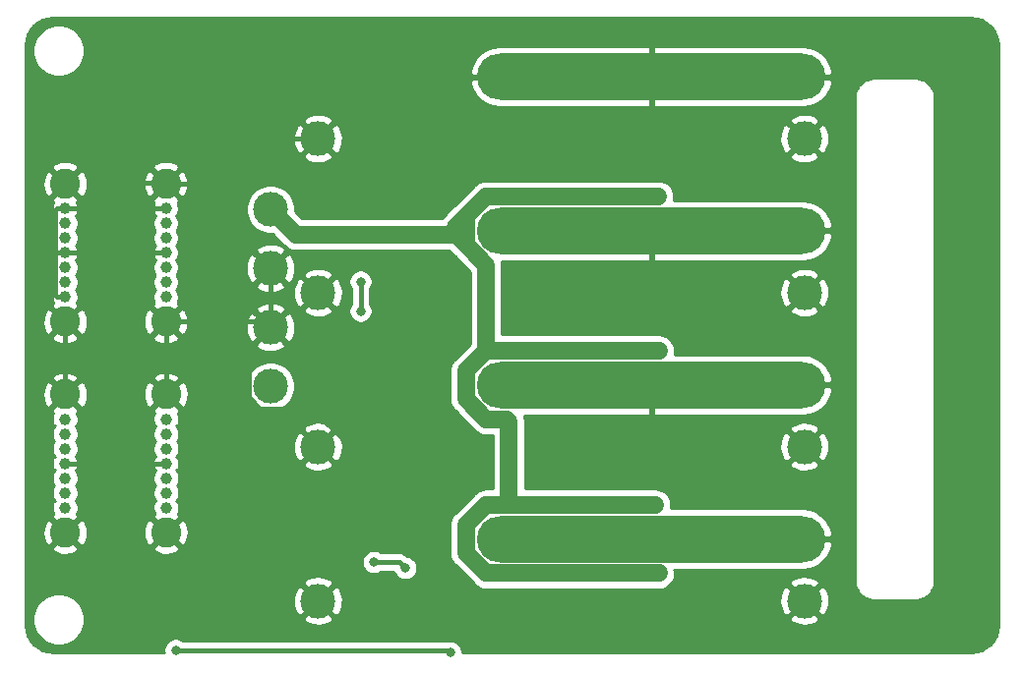
<source format=gbr>
%TF.GenerationSoftware,KiCad,Pcbnew,5.1.9+dfsg1-1~bpo10+1*%
%TF.CreationDate,2021-10-15T10:51:03+08:00*%
%TF.ProjectId,NAS,4e41532e-6b69-4636-9164-5f7063625858,rev?*%
%TF.SameCoordinates,Original*%
%TF.FileFunction,Copper,L2,Bot*%
%TF.FilePolarity,Positive*%
%FSLAX46Y46*%
G04 Gerber Fmt 4.6, Leading zero omitted, Abs format (unit mm)*
G04 Created by KiCad (PCBNEW 5.1.9+dfsg1-1~bpo10+1) date 2021-10-15 10:51:03*
%MOMM*%
%LPD*%
G01*
G04 APERTURE LIST*
%TA.AperFunction,ComponentPad*%
%ADD10O,30.000000X4.000000*%
%TD*%
%TA.AperFunction,ComponentPad*%
%ADD11C,3.000000*%
%TD*%
%TA.AperFunction,ComponentPad*%
%ADD12C,2.600000*%
%TD*%
%TA.AperFunction,ComponentPad*%
%ADD13C,1.000000*%
%TD*%
%TA.AperFunction,ViaPad*%
%ADD14C,0.800000*%
%TD*%
%TA.AperFunction,Conductor*%
%ADD15C,0.400000*%
%TD*%
%TA.AperFunction,Conductor*%
%ADD16C,1.500000*%
%TD*%
%TA.AperFunction,Conductor*%
%ADD17C,0.254000*%
%TD*%
%TA.AperFunction,Conductor*%
%ADD18C,0.100000*%
%TD*%
G04 APERTURE END LIST*
D10*
%TO.P,SATA-OUT2,11*%
%TO.N,GND*%
X119761000Y-73475900D03*
D11*
X132949000Y-78809900D03*
X91079000Y-78809900D03*
%TD*%
D10*
%TO.P,SATA-OUT4,11*%
%TO.N,GND*%
X119761000Y-86753700D03*
D11*
X132949000Y-92087700D03*
X91079000Y-92087700D03*
%TD*%
D12*
%TO.P,SATA-IN3,1*%
%TO.N,GND*%
X69316600Y-87572800D03*
%TO.P,SATA-IN3,7*%
X69316600Y-99472800D03*
D13*
X69316600Y-97332800D03*
%TO.P,SATA-IN3,6*%
%TO.N,/B3+*%
X69316600Y-96062800D03*
%TO.P,SATA-IN3,5*%
%TO.N,/B3-*%
X69316600Y-94792800D03*
%TO.P,SATA-IN3,4*%
%TO.N,GND*%
X69316600Y-93522800D03*
%TO.P,SATA-IN3,3*%
%TO.N,/A3-*%
X69316600Y-92252800D03*
%TO.P,SATA-IN3,2*%
%TO.N,/A3+*%
X69316600Y-90982800D03*
%TO.P,SATA-IN3,1*%
%TO.N,GND*%
X69316600Y-89712800D03*
%TD*%
D12*
%TO.P,SATA-IN2,1*%
%TO.N,GND*%
X77978000Y-69411800D03*
%TO.P,SATA-IN2,7*%
X77978000Y-81311800D03*
D13*
X77978000Y-79171800D03*
%TO.P,SATA-IN2,6*%
%TO.N,/B2+*%
X77978000Y-77901800D03*
%TO.P,SATA-IN2,5*%
%TO.N,/B2-*%
X77978000Y-76631800D03*
%TO.P,SATA-IN2,4*%
%TO.N,GND*%
X77978000Y-75361800D03*
%TO.P,SATA-IN2,3*%
%TO.N,/A2-*%
X77978000Y-74091800D03*
%TO.P,SATA-IN2,2*%
%TO.N,/A2+*%
X77978000Y-72821800D03*
%TO.P,SATA-IN2,1*%
%TO.N,GND*%
X77978000Y-71551800D03*
%TD*%
D10*
%TO.P,SATA-OUT1,11*%
%TO.N,GND*%
X119761000Y-60198000D03*
D11*
X132949000Y-65532000D03*
X91079000Y-65532000D03*
%TD*%
D12*
%TO.P,SATA-IN1,1*%
%TO.N,GND*%
X69316600Y-69411800D03*
%TO.P,SATA-IN1,7*%
X69316600Y-81311800D03*
D13*
X69316600Y-79171800D03*
%TO.P,SATA-IN1,6*%
%TO.N,/B1+*%
X69316600Y-77901800D03*
%TO.P,SATA-IN1,5*%
%TO.N,/B1-*%
X69316600Y-76631800D03*
%TO.P,SATA-IN1,4*%
%TO.N,GND*%
X69316600Y-75361800D03*
%TO.P,SATA-IN1,3*%
%TO.N,/A1-*%
X69316600Y-74091800D03*
%TO.P,SATA-IN1,2*%
%TO.N,/A1+*%
X69316600Y-72821800D03*
%TO.P,SATA-IN1,1*%
%TO.N,GND*%
X69316600Y-71551800D03*
%TD*%
D10*
%TO.P,SATA-OUT3,11*%
%TO.N,GND*%
X119761000Y-100032000D03*
D11*
X132949000Y-105366000D03*
X91079000Y-105366000D03*
%TD*%
%TO.P,POWER1,4*%
%TO.N,+5V*%
X86995000Y-71628000D03*
%TO.P,POWER1,3*%
%TO.N,GND*%
X86995000Y-76708000D03*
%TO.P,POWER1,2*%
X86995000Y-81788000D03*
%TO.P,POWER1,1*%
%TO.N,+12V*%
X86995000Y-86868000D03*
%TD*%
D12*
%TO.P,SATA-IN4,1*%
%TO.N,GND*%
X78003400Y-87572800D03*
%TO.P,SATA-IN4,7*%
X78003400Y-99472800D03*
D13*
X78003400Y-97332800D03*
%TO.P,SATA-IN4,6*%
%TO.N,/B4+*%
X78003400Y-96062800D03*
%TO.P,SATA-IN4,5*%
%TO.N,/B4-*%
X78003400Y-94792800D03*
%TO.P,SATA-IN4,4*%
%TO.N,GND*%
X78003400Y-93522800D03*
%TO.P,SATA-IN4,3*%
%TO.N,/A4-*%
X78003400Y-92252800D03*
%TO.P,SATA-IN4,2*%
%TO.N,/A4+*%
X78003400Y-90982800D03*
%TO.P,SATA-IN4,1*%
%TO.N,GND*%
X78003400Y-89712800D03*
%TD*%
D14*
%TO.N,GND*%
X94386400Y-94615000D03*
%TO.N,+5V*%
X88900000Y-73533000D03*
X91186000Y-73787000D03*
X93726000Y-73787000D03*
X96266000Y-73787000D03*
X98806000Y-73787000D03*
X101346000Y-73787000D03*
X103810990Y-72592010D03*
X104028078Y-74914922D03*
X104986978Y-71077978D03*
X107147110Y-70525890D03*
X109687110Y-70525890D03*
X112227110Y-70525890D03*
X114767110Y-70525890D03*
X117307110Y-70525890D03*
X120345200Y-70525890D03*
X105298078Y-76184922D03*
X105539066Y-78483934D03*
X105539066Y-81023934D03*
X106426000Y-83803690D03*
X109109310Y-83803690D03*
X111649310Y-83803690D03*
X114189310Y-83803690D03*
X116729310Y-83803690D03*
X119269310Y-83803690D03*
X104005878Y-85336878D03*
X103810990Y-87832010D03*
X105009178Y-89173822D03*
X107518200Y-89703710D03*
X107518200Y-91744800D03*
X107518200Y-94284800D03*
X107518200Y-96824800D03*
X109801010Y-97081990D03*
X112341010Y-97081990D03*
X114881010Y-97081990D03*
X117421010Y-97081990D03*
X120091200Y-97081990D03*
X104930028Y-97691028D03*
X103810990Y-99262010D03*
X104085028Y-101527972D03*
X105355028Y-102797972D03*
X107710990Y-102982010D03*
X110250990Y-102982010D03*
X112790990Y-102982010D03*
X115330990Y-102982010D03*
X117870990Y-102982010D03*
X120388505Y-102989505D03*
%TO.N,/A2-*%
X94742000Y-80391000D03*
X94742000Y-77851000D03*
%TO.N,/B3+*%
X78834714Y-109607886D03*
X102463600Y-109804200D03*
%TO.N,/A3-*%
X95903514Y-102019000D03*
X98602800Y-102539800D03*
%TD*%
D15*
%TO.N,GND*%
X68416599Y-75168905D02*
X68609494Y-75361800D01*
X68416599Y-71744695D02*
X68416599Y-75168905D01*
X68609494Y-71551800D02*
X68416599Y-71744695D01*
X69316600Y-71551800D02*
X68609494Y-71551800D01*
X68609494Y-79171800D02*
X69316600Y-79171800D01*
X68416599Y-78978905D02*
X68609494Y-79171800D01*
X68416599Y-75554695D02*
X68416599Y-78978905D01*
X68609494Y-75361800D02*
X68416599Y-75554695D01*
X69316600Y-75361800D02*
X68609494Y-75361800D01*
X69316600Y-81311800D02*
X69316600Y-87572800D01*
X77978000Y-87547400D02*
X78003400Y-87572800D01*
X77978000Y-81311800D02*
X77978000Y-87547400D01*
X86518800Y-81311800D02*
X86995000Y-81788000D01*
X77978000Y-81311800D02*
X86518800Y-81311800D01*
X86995000Y-81788000D02*
X86995000Y-76708000D01*
X85094999Y-83688001D02*
X86995000Y-81788000D01*
X90571303Y-88768001D02*
X86082999Y-88768001D01*
X85094999Y-87780001D02*
X85094999Y-83688001D01*
X86082999Y-88768001D02*
X85094999Y-87780001D01*
X94386400Y-94615000D02*
X94386400Y-92583098D01*
X93167151Y-91363849D02*
X90571303Y-88768001D01*
X94386400Y-92583098D02*
X93167151Y-91363849D01*
X94386400Y-102058600D02*
X91079000Y-105366000D01*
X94386400Y-100152200D02*
X94386400Y-100203000D01*
X94386400Y-100152200D02*
X94386400Y-102058600D01*
X94386400Y-94615000D02*
X94386400Y-100152200D01*
X87199200Y-69411800D02*
X91079000Y-65532000D01*
X77978000Y-69411800D02*
X87199200Y-69411800D01*
X77882800Y-69316600D02*
X77978000Y-69411800D01*
X75082400Y-69316600D02*
X77882800Y-69316600D01*
X75082400Y-69316600D02*
X75082400Y-67868800D01*
X77419200Y-65532000D02*
X91079000Y-65532000D01*
X75082400Y-67868800D02*
X77419200Y-65532000D01*
X69316600Y-75361800D02*
X77978000Y-75361800D01*
X75082400Y-71501000D02*
X75133200Y-71551800D01*
X75082400Y-69316600D02*
X75082400Y-71501000D01*
X69316600Y-71551800D02*
X75133200Y-71551800D01*
X75133200Y-71551800D02*
X77978000Y-71551800D01*
X69316600Y-93522800D02*
X78003400Y-93522800D01*
D16*
%TO.N,+5V*%
X102887556Y-73177400D02*
X105539066Y-70525890D01*
X105539066Y-70525890D02*
X120345200Y-70525890D01*
X102887556Y-73177400D02*
X102887556Y-73774400D01*
X103810990Y-98810066D02*
X103810990Y-101253934D01*
X105539066Y-97081990D02*
X103810990Y-98810066D01*
X103810990Y-101253934D02*
X105539066Y-102982010D01*
X105539066Y-102982010D02*
X120396000Y-102982010D01*
X107343090Y-83791910D02*
X107354870Y-83803690D01*
X103810990Y-87975634D02*
X105539066Y-89703710D01*
X103810990Y-85531766D02*
X103810990Y-87975634D01*
X107343090Y-83791910D02*
X105550846Y-83791910D01*
X105550846Y-83791910D02*
X103810990Y-85531766D01*
X105539066Y-89703710D02*
X107340400Y-89703710D01*
X107515010Y-89878320D02*
X107515010Y-97081990D01*
X107340400Y-89703710D02*
X107515010Y-89878320D01*
X107515010Y-97081990D02*
X105539066Y-97081990D01*
X105539066Y-83780130D02*
X105550846Y-83791910D01*
X105539066Y-76425910D02*
X105539066Y-83780130D01*
X107515010Y-97081990D02*
X120091200Y-97081990D01*
X120393310Y-83791910D02*
X120405090Y-83803690D01*
X107343090Y-83791910D02*
X120393310Y-83791910D01*
X103810990Y-74697834D02*
X104155078Y-75041922D01*
X103810990Y-72253966D02*
X103810990Y-74697834D01*
X104351978Y-71712978D02*
X103810990Y-72253966D01*
X102887556Y-73774400D02*
X104155078Y-75041922D01*
X104155078Y-75041922D02*
X105539066Y-76425910D01*
X86995000Y-71628000D02*
X89154000Y-73787000D01*
X102874956Y-73787000D02*
X102887556Y-73774400D01*
X89154000Y-73787000D02*
X91186000Y-73787000D01*
X91186000Y-73787000D02*
X93726000Y-73787000D01*
X93726000Y-73787000D02*
X96266000Y-73787000D01*
X96266000Y-73787000D02*
X98806000Y-73787000D01*
X98806000Y-73787000D02*
X101346000Y-73787000D01*
X101346000Y-73787000D02*
X102874956Y-73787000D01*
X120091200Y-97081990D02*
X120091200Y-97081990D01*
D15*
%TO.N,/A2-*%
X94742000Y-80391000D02*
X94742000Y-77851000D01*
%TO.N,/B3+*%
X78834714Y-109607886D02*
X102267286Y-109607886D01*
X102267286Y-109607886D02*
X102463600Y-109804200D01*
%TO.N,/A3-*%
X95903514Y-102019000D02*
X98082000Y-102019000D01*
X98082000Y-102019000D02*
X98602800Y-102539800D01*
%TD*%
D17*
%TO.N,GND*%
X147731227Y-55167570D02*
X148167832Y-55299389D01*
X148570515Y-55513500D01*
X148923943Y-55801749D01*
X149214651Y-56153155D01*
X149431570Y-56554337D01*
X149566433Y-56990011D01*
X149617326Y-57474229D01*
X149617327Y-107427499D01*
X149569655Y-107913689D01*
X149437836Y-108350295D01*
X149223724Y-108752980D01*
X148935474Y-109106407D01*
X148584071Y-109397113D01*
X148182890Y-109614031D01*
X147747213Y-109748895D01*
X147262996Y-109799788D01*
X103498600Y-109799788D01*
X103498600Y-109702261D01*
X103458826Y-109502302D01*
X103380805Y-109313944D01*
X103267537Y-109144426D01*
X103123374Y-109000263D01*
X102953856Y-108886995D01*
X102765498Y-108808974D01*
X102565539Y-108769200D01*
X102361661Y-108769200D01*
X102331597Y-108775180D01*
X102308305Y-108772886D01*
X102308304Y-108772886D01*
X102267286Y-108768846D01*
X102226268Y-108772886D01*
X79447999Y-108772886D01*
X79324970Y-108690681D01*
X79136612Y-108612660D01*
X78936653Y-108572886D01*
X78732775Y-108572886D01*
X78532816Y-108612660D01*
X78344458Y-108690681D01*
X78174940Y-108803949D01*
X78030777Y-108948112D01*
X77917509Y-109117630D01*
X77839488Y-109305988D01*
X77799714Y-109505947D01*
X77799714Y-109709825D01*
X77817609Y-109799788D01*
X68309763Y-109799788D01*
X67823594Y-109752118D01*
X67386989Y-109620299D01*
X66984303Y-109406187D01*
X66630879Y-109117940D01*
X66340168Y-108766530D01*
X66123254Y-108365356D01*
X65988390Y-107929680D01*
X65937496Y-107445450D01*
X65937496Y-106738766D01*
X66533347Y-106738766D01*
X66533347Y-107180824D01*
X66619589Y-107614387D01*
X66788757Y-108022795D01*
X67034350Y-108390352D01*
X67346932Y-108702934D01*
X67714489Y-108948527D01*
X68122897Y-109117695D01*
X68556460Y-109203937D01*
X68998518Y-109203937D01*
X69432081Y-109117695D01*
X69840489Y-108948527D01*
X70208046Y-108702934D01*
X70520628Y-108390352D01*
X70766221Y-108022795D01*
X70935389Y-107614387D01*
X71021631Y-107180824D01*
X71021631Y-106857653D01*
X89766952Y-106857653D01*
X89922962Y-107173214D01*
X90297745Y-107364020D01*
X90702551Y-107478044D01*
X91121824Y-107510902D01*
X91539451Y-107461334D01*
X91939383Y-107331243D01*
X92235038Y-107173214D01*
X92391048Y-106857653D01*
X131636952Y-106857653D01*
X131792962Y-107173214D01*
X132167745Y-107364020D01*
X132572551Y-107478044D01*
X132991824Y-107510902D01*
X133409451Y-107461334D01*
X133809383Y-107331243D01*
X134105038Y-107173214D01*
X134261048Y-106857653D01*
X132949000Y-105545605D01*
X131636952Y-106857653D01*
X92391048Y-106857653D01*
X91079000Y-105545605D01*
X89766952Y-106857653D01*
X71021631Y-106857653D01*
X71021631Y-106738766D01*
X70935389Y-106305203D01*
X70766221Y-105896795D01*
X70520628Y-105529238D01*
X70400214Y-105408824D01*
X88934098Y-105408824D01*
X88983666Y-105826451D01*
X89113757Y-106226383D01*
X89271786Y-106522038D01*
X89587347Y-106678048D01*
X90899395Y-105366000D01*
X91258605Y-105366000D01*
X92570653Y-106678048D01*
X92886214Y-106522038D01*
X93077020Y-106147255D01*
X93191044Y-105742449D01*
X93217189Y-105408824D01*
X130804098Y-105408824D01*
X130853666Y-105826451D01*
X130983757Y-106226383D01*
X131141786Y-106522038D01*
X131457347Y-106678048D01*
X132769395Y-105366000D01*
X133128605Y-105366000D01*
X134440653Y-106678048D01*
X134756214Y-106522038D01*
X134947020Y-106147255D01*
X135061044Y-105742449D01*
X135093902Y-105323176D01*
X135044334Y-104905549D01*
X134914243Y-104505617D01*
X134756214Y-104209962D01*
X134440653Y-104053952D01*
X133128605Y-105366000D01*
X132769395Y-105366000D01*
X131457347Y-104053952D01*
X131141786Y-104209962D01*
X130950980Y-104584745D01*
X130836956Y-104989551D01*
X130804098Y-105408824D01*
X93217189Y-105408824D01*
X93223902Y-105323176D01*
X93174334Y-104905549D01*
X93044243Y-104505617D01*
X92886214Y-104209962D01*
X92570653Y-104053952D01*
X91258605Y-105366000D01*
X90899395Y-105366000D01*
X89587347Y-104053952D01*
X89271786Y-104209962D01*
X89080980Y-104584745D01*
X88966956Y-104989551D01*
X88934098Y-105408824D01*
X70400214Y-105408824D01*
X70208046Y-105216656D01*
X69840489Y-104971063D01*
X69432081Y-104801895D01*
X68998518Y-104715653D01*
X68556460Y-104715653D01*
X68122897Y-104801895D01*
X67714489Y-104971063D01*
X67346932Y-105216656D01*
X67034350Y-105529238D01*
X66788757Y-105896795D01*
X66619589Y-106305203D01*
X66533347Y-106738766D01*
X65937496Y-106738766D01*
X65937496Y-103874347D01*
X89766952Y-103874347D01*
X91079000Y-105186395D01*
X92391048Y-103874347D01*
X92235038Y-103558786D01*
X91860255Y-103367980D01*
X91455449Y-103253956D01*
X91036176Y-103221098D01*
X90618549Y-103270666D01*
X90218617Y-103400757D01*
X89922962Y-103558786D01*
X89766952Y-103874347D01*
X65937496Y-103874347D01*
X65937496Y-101917061D01*
X94868514Y-101917061D01*
X94868514Y-102120939D01*
X94908288Y-102320898D01*
X94986309Y-102509256D01*
X95099577Y-102678774D01*
X95243740Y-102822937D01*
X95413258Y-102936205D01*
X95601616Y-103014226D01*
X95801575Y-103054000D01*
X96005453Y-103054000D01*
X96205412Y-103014226D01*
X96393770Y-102936205D01*
X96516799Y-102854000D01*
X97612670Y-102854000D01*
X97685595Y-103030056D01*
X97798863Y-103199574D01*
X97943026Y-103343737D01*
X98112544Y-103457005D01*
X98300902Y-103535026D01*
X98500861Y-103574800D01*
X98704739Y-103574800D01*
X98904698Y-103535026D01*
X99093056Y-103457005D01*
X99262574Y-103343737D01*
X99406737Y-103199574D01*
X99520005Y-103030056D01*
X99598026Y-102841698D01*
X99637800Y-102641739D01*
X99637800Y-102437861D01*
X99598026Y-102237902D01*
X99520005Y-102049544D01*
X99406737Y-101880026D01*
X99262574Y-101735863D01*
X99093056Y-101622595D01*
X98904698Y-101544574D01*
X98759574Y-101515707D01*
X98701446Y-101457579D01*
X98675291Y-101425709D01*
X98548146Y-101321364D01*
X98403087Y-101243828D01*
X98245689Y-101196082D01*
X98123019Y-101184000D01*
X98123018Y-101184000D01*
X98082000Y-101179960D01*
X98040982Y-101184000D01*
X96516799Y-101184000D01*
X96393770Y-101101795D01*
X96205412Y-101023774D01*
X96005453Y-100984000D01*
X95801575Y-100984000D01*
X95601616Y-101023774D01*
X95413258Y-101101795D01*
X95243740Y-101215063D01*
X95099577Y-101359226D01*
X94986309Y-101528744D01*
X94908288Y-101717102D01*
X94868514Y-101917061D01*
X65937496Y-101917061D01*
X65937496Y-100822024D01*
X68146981Y-100822024D01*
X68278917Y-101117112D01*
X68619645Y-101287959D01*
X68987157Y-101389050D01*
X69367329Y-101416501D01*
X69745551Y-101369257D01*
X70107290Y-101249133D01*
X70354283Y-101117112D01*
X70486219Y-100822024D01*
X76833781Y-100822024D01*
X76965717Y-101117112D01*
X77306445Y-101287959D01*
X77673957Y-101389050D01*
X78054129Y-101416501D01*
X78432351Y-101369257D01*
X78794090Y-101249133D01*
X79041083Y-101117112D01*
X79173019Y-100822024D01*
X78003400Y-99652405D01*
X76833781Y-100822024D01*
X70486219Y-100822024D01*
X69316600Y-99652405D01*
X68146981Y-100822024D01*
X65937496Y-100822024D01*
X65937496Y-99523529D01*
X67372899Y-99523529D01*
X67420143Y-99901751D01*
X67540267Y-100263490D01*
X67672288Y-100510483D01*
X67967376Y-100642419D01*
X69136995Y-99472800D01*
X69496205Y-99472800D01*
X70665824Y-100642419D01*
X70960912Y-100510483D01*
X71131759Y-100169755D01*
X71232850Y-99802243D01*
X71252975Y-99523529D01*
X76059699Y-99523529D01*
X76106943Y-99901751D01*
X76227067Y-100263490D01*
X76359088Y-100510483D01*
X76654176Y-100642419D01*
X77823795Y-99472800D01*
X78183005Y-99472800D01*
X79352624Y-100642419D01*
X79647712Y-100510483D01*
X79818559Y-100169755D01*
X79919650Y-99802243D01*
X79947101Y-99422071D01*
X79899857Y-99043849D01*
X79779733Y-98682110D01*
X79647712Y-98435117D01*
X79352624Y-98303181D01*
X78183005Y-99472800D01*
X77823795Y-99472800D01*
X76654176Y-98303181D01*
X76359088Y-98435117D01*
X76188241Y-98775845D01*
X76087150Y-99143357D01*
X76059699Y-99523529D01*
X71252975Y-99523529D01*
X71260301Y-99422071D01*
X71213057Y-99043849D01*
X71092933Y-98682110D01*
X70960912Y-98435117D01*
X70665824Y-98303181D01*
X69496205Y-99472800D01*
X69136995Y-99472800D01*
X67967376Y-98303181D01*
X67672288Y-98435117D01*
X67501441Y-98775845D01*
X67400350Y-99143357D01*
X67372899Y-99523529D01*
X65937496Y-99523529D01*
X65937496Y-88922024D01*
X68146981Y-88922024D01*
X68278917Y-89217112D01*
X68291960Y-89223652D01*
X68234142Y-89353626D01*
X68184869Y-89571705D01*
X68179089Y-89795206D01*
X68217023Y-90015540D01*
X68297213Y-90224240D01*
X68325012Y-90276250D01*
X68413880Y-90290870D01*
X68310776Y-90445176D01*
X68225217Y-90651733D01*
X68181600Y-90871012D01*
X68181600Y-91094588D01*
X68225217Y-91313867D01*
X68310776Y-91520424D01*
X68375841Y-91617800D01*
X68310776Y-91715176D01*
X68225217Y-91921733D01*
X68181600Y-92141012D01*
X68181600Y-92364588D01*
X68225217Y-92583867D01*
X68310776Y-92790424D01*
X68413880Y-92944730D01*
X68325012Y-92959350D01*
X68234142Y-93163626D01*
X68184869Y-93381705D01*
X68179089Y-93605206D01*
X68217023Y-93825540D01*
X68297213Y-94034240D01*
X68325012Y-94086250D01*
X68413880Y-94100870D01*
X68310776Y-94255176D01*
X68225217Y-94461733D01*
X68181600Y-94681012D01*
X68181600Y-94904588D01*
X68225217Y-95123867D01*
X68310776Y-95330424D01*
X68375841Y-95427800D01*
X68310776Y-95525176D01*
X68225217Y-95731733D01*
X68181600Y-95951012D01*
X68181600Y-96174588D01*
X68225217Y-96393867D01*
X68310776Y-96600424D01*
X68413880Y-96754730D01*
X68325012Y-96769350D01*
X68234142Y-96973626D01*
X68184869Y-97191705D01*
X68179089Y-97415206D01*
X68217023Y-97635540D01*
X68289074Y-97823059D01*
X68278917Y-97828488D01*
X68146981Y-98123576D01*
X69316600Y-99293195D01*
X70486219Y-98123576D01*
X70354283Y-97828488D01*
X70341240Y-97821948D01*
X70399058Y-97691974D01*
X70448331Y-97473895D01*
X70454111Y-97250394D01*
X70416177Y-97030060D01*
X70335987Y-96821360D01*
X70308188Y-96769350D01*
X70219320Y-96754730D01*
X70322424Y-96600424D01*
X70407983Y-96393867D01*
X70451600Y-96174588D01*
X70451600Y-95951012D01*
X70407983Y-95731733D01*
X70322424Y-95525176D01*
X70257359Y-95427800D01*
X70322424Y-95330424D01*
X70407983Y-95123867D01*
X70451600Y-94904588D01*
X70451600Y-94681012D01*
X70407983Y-94461733D01*
X70322424Y-94255176D01*
X70219320Y-94100870D01*
X70308188Y-94086250D01*
X70399058Y-93881974D01*
X70448331Y-93663895D01*
X70454111Y-93440394D01*
X70416177Y-93220060D01*
X70335987Y-93011360D01*
X70308188Y-92959350D01*
X70219320Y-92944730D01*
X70322424Y-92790424D01*
X70407983Y-92583867D01*
X70451600Y-92364588D01*
X70451600Y-92141012D01*
X70407983Y-91921733D01*
X70322424Y-91715176D01*
X70257359Y-91617800D01*
X70322424Y-91520424D01*
X70407983Y-91313867D01*
X70451600Y-91094588D01*
X70451600Y-90871012D01*
X70407983Y-90651733D01*
X70322424Y-90445176D01*
X70219320Y-90290870D01*
X70308188Y-90276250D01*
X70399058Y-90071974D01*
X70448331Y-89853895D01*
X70454111Y-89630394D01*
X70416177Y-89410060D01*
X70344126Y-89222541D01*
X70354283Y-89217112D01*
X70486219Y-88922024D01*
X76833781Y-88922024D01*
X76965717Y-89217112D01*
X76978760Y-89223652D01*
X76920942Y-89353626D01*
X76871669Y-89571705D01*
X76865889Y-89795206D01*
X76903823Y-90015540D01*
X76984013Y-90224240D01*
X77011812Y-90276250D01*
X77100680Y-90290870D01*
X76997576Y-90445176D01*
X76912017Y-90651733D01*
X76868400Y-90871012D01*
X76868400Y-91094588D01*
X76912017Y-91313867D01*
X76997576Y-91520424D01*
X77062641Y-91617800D01*
X76997576Y-91715176D01*
X76912017Y-91921733D01*
X76868400Y-92141012D01*
X76868400Y-92364588D01*
X76912017Y-92583867D01*
X76997576Y-92790424D01*
X77100680Y-92944730D01*
X77011812Y-92959350D01*
X76920942Y-93163626D01*
X76871669Y-93381705D01*
X76865889Y-93605206D01*
X76903823Y-93825540D01*
X76984013Y-94034240D01*
X77011812Y-94086250D01*
X77100680Y-94100870D01*
X76997576Y-94255176D01*
X76912017Y-94461733D01*
X76868400Y-94681012D01*
X76868400Y-94904588D01*
X76912017Y-95123867D01*
X76997576Y-95330424D01*
X77062641Y-95427800D01*
X76997576Y-95525176D01*
X76912017Y-95731733D01*
X76868400Y-95951012D01*
X76868400Y-96174588D01*
X76912017Y-96393867D01*
X76997576Y-96600424D01*
X77100680Y-96754730D01*
X77011812Y-96769350D01*
X76920942Y-96973626D01*
X76871669Y-97191705D01*
X76865889Y-97415206D01*
X76903823Y-97635540D01*
X76975874Y-97823059D01*
X76965717Y-97828488D01*
X76833781Y-98123576D01*
X78003400Y-99293195D01*
X79173019Y-98123576D01*
X79041083Y-97828488D01*
X79028040Y-97821948D01*
X79085858Y-97691974D01*
X79135131Y-97473895D01*
X79140911Y-97250394D01*
X79102977Y-97030060D01*
X79022787Y-96821360D01*
X78994988Y-96769350D01*
X78906120Y-96754730D01*
X79009224Y-96600424D01*
X79094783Y-96393867D01*
X79138400Y-96174588D01*
X79138400Y-95951012D01*
X79094783Y-95731733D01*
X79009224Y-95525176D01*
X78944159Y-95427800D01*
X79009224Y-95330424D01*
X79094783Y-95123867D01*
X79138400Y-94904588D01*
X79138400Y-94681012D01*
X79094783Y-94461733D01*
X79009224Y-94255176D01*
X78906120Y-94100870D01*
X78994988Y-94086250D01*
X79085858Y-93881974D01*
X79135131Y-93663895D01*
X79137317Y-93579353D01*
X89766952Y-93579353D01*
X89922962Y-93894914D01*
X90297745Y-94085720D01*
X90702551Y-94199744D01*
X91121824Y-94232602D01*
X91539451Y-94183034D01*
X91939383Y-94052943D01*
X92235038Y-93894914D01*
X92391048Y-93579353D01*
X91079000Y-92267305D01*
X89766952Y-93579353D01*
X79137317Y-93579353D01*
X79140911Y-93440394D01*
X79102977Y-93220060D01*
X79022787Y-93011360D01*
X78994988Y-92959350D01*
X78906120Y-92944730D01*
X79009224Y-92790424D01*
X79094783Y-92583867D01*
X79138400Y-92364588D01*
X79138400Y-92141012D01*
X79136314Y-92130524D01*
X88934098Y-92130524D01*
X88983666Y-92548151D01*
X89113757Y-92948083D01*
X89271786Y-93243738D01*
X89587347Y-93399748D01*
X90899395Y-92087700D01*
X91258605Y-92087700D01*
X92570653Y-93399748D01*
X92886214Y-93243738D01*
X93077020Y-92868955D01*
X93191044Y-92464149D01*
X93223902Y-92044876D01*
X93174334Y-91627249D01*
X93044243Y-91227317D01*
X92886214Y-90931662D01*
X92570653Y-90775652D01*
X91258605Y-92087700D01*
X90899395Y-92087700D01*
X89587347Y-90775652D01*
X89271786Y-90931662D01*
X89080980Y-91306445D01*
X88966956Y-91711251D01*
X88934098Y-92130524D01*
X79136314Y-92130524D01*
X79094783Y-91921733D01*
X79009224Y-91715176D01*
X78944159Y-91617800D01*
X79009224Y-91520424D01*
X79094783Y-91313867D01*
X79138400Y-91094588D01*
X79138400Y-90871012D01*
X79094783Y-90651733D01*
X79071718Y-90596047D01*
X89766952Y-90596047D01*
X91079000Y-91908095D01*
X92391048Y-90596047D01*
X92235038Y-90280486D01*
X91860255Y-90089680D01*
X91455449Y-89975656D01*
X91036176Y-89942798D01*
X90618549Y-89992366D01*
X90218617Y-90122457D01*
X89922962Y-90280486D01*
X89766952Y-90596047D01*
X79071718Y-90596047D01*
X79009224Y-90445176D01*
X78906120Y-90290870D01*
X78994988Y-90276250D01*
X79085858Y-90071974D01*
X79135131Y-89853895D01*
X79140911Y-89630394D01*
X79102977Y-89410060D01*
X79030926Y-89222541D01*
X79041083Y-89217112D01*
X79173019Y-88922024D01*
X78003400Y-87752405D01*
X76833781Y-88922024D01*
X70486219Y-88922024D01*
X69316600Y-87752405D01*
X68146981Y-88922024D01*
X65937496Y-88922024D01*
X65937496Y-87623529D01*
X67372899Y-87623529D01*
X67420143Y-88001751D01*
X67540267Y-88363490D01*
X67672288Y-88610483D01*
X67967376Y-88742419D01*
X69136995Y-87572800D01*
X69496205Y-87572800D01*
X70665824Y-88742419D01*
X70960912Y-88610483D01*
X71131759Y-88269755D01*
X71232850Y-87902243D01*
X71252975Y-87623529D01*
X76059699Y-87623529D01*
X76106943Y-88001751D01*
X76227067Y-88363490D01*
X76359088Y-88610483D01*
X76654176Y-88742419D01*
X77823795Y-87572800D01*
X78183005Y-87572800D01*
X79352624Y-88742419D01*
X79647712Y-88610483D01*
X79818559Y-88269755D01*
X79919650Y-87902243D01*
X79947101Y-87522071D01*
X79899857Y-87143849D01*
X79779733Y-86782110D01*
X79713246Y-86657721D01*
X84860000Y-86657721D01*
X84860000Y-87078279D01*
X84942047Y-87490756D01*
X85102988Y-87879302D01*
X85336637Y-88228983D01*
X85634017Y-88526363D01*
X85983698Y-88760012D01*
X86372244Y-88920953D01*
X86784721Y-89003000D01*
X87205279Y-89003000D01*
X87617756Y-88920953D01*
X88006302Y-88760012D01*
X88355983Y-88526363D01*
X88653363Y-88228983D01*
X88887012Y-87879302D01*
X89047953Y-87490756D01*
X89130000Y-87078279D01*
X89130000Y-86657721D01*
X89047953Y-86245244D01*
X88887012Y-85856698D01*
X88653363Y-85507017D01*
X88355983Y-85209637D01*
X88006302Y-84975988D01*
X87617756Y-84815047D01*
X87205279Y-84733000D01*
X86784721Y-84733000D01*
X86372244Y-84815047D01*
X85983698Y-84975988D01*
X85634017Y-85209637D01*
X85336637Y-85507017D01*
X85102988Y-85856698D01*
X84942047Y-86245244D01*
X84860000Y-86657721D01*
X79713246Y-86657721D01*
X79647712Y-86535117D01*
X79352624Y-86403181D01*
X78183005Y-87572800D01*
X77823795Y-87572800D01*
X76654176Y-86403181D01*
X76359088Y-86535117D01*
X76188241Y-86875845D01*
X76087150Y-87243357D01*
X76059699Y-87623529D01*
X71252975Y-87623529D01*
X71260301Y-87522071D01*
X71213057Y-87143849D01*
X71092933Y-86782110D01*
X70960912Y-86535117D01*
X70665824Y-86403181D01*
X69496205Y-87572800D01*
X69136995Y-87572800D01*
X67967376Y-86403181D01*
X67672288Y-86535117D01*
X67501441Y-86875845D01*
X67400350Y-87243357D01*
X67372899Y-87623529D01*
X65937496Y-87623529D01*
X65937496Y-86223576D01*
X68146981Y-86223576D01*
X69316600Y-87393195D01*
X70486219Y-86223576D01*
X76833781Y-86223576D01*
X78003400Y-87393195D01*
X79173019Y-86223576D01*
X79041083Y-85928488D01*
X78700355Y-85757641D01*
X78332843Y-85656550D01*
X77952671Y-85629099D01*
X77574449Y-85676343D01*
X77212710Y-85796467D01*
X76965717Y-85928488D01*
X76833781Y-86223576D01*
X70486219Y-86223576D01*
X70354283Y-85928488D01*
X70013555Y-85757641D01*
X69646043Y-85656550D01*
X69265871Y-85629099D01*
X68887649Y-85676343D01*
X68525910Y-85796467D01*
X68278917Y-85928488D01*
X68146981Y-86223576D01*
X65937496Y-86223576D01*
X65937496Y-83279653D01*
X85682952Y-83279653D01*
X85838962Y-83595214D01*
X86213745Y-83786020D01*
X86618551Y-83900044D01*
X87037824Y-83932902D01*
X87455451Y-83883334D01*
X87855383Y-83753243D01*
X88151038Y-83595214D01*
X88307048Y-83279653D01*
X86995000Y-81967605D01*
X85682952Y-83279653D01*
X65937496Y-83279653D01*
X65937496Y-82661024D01*
X68146981Y-82661024D01*
X68278917Y-82956112D01*
X68619645Y-83126959D01*
X68987157Y-83228050D01*
X69367329Y-83255501D01*
X69745551Y-83208257D01*
X70107290Y-83088133D01*
X70354283Y-82956112D01*
X70486219Y-82661024D01*
X76808381Y-82661024D01*
X76940317Y-82956112D01*
X77281045Y-83126959D01*
X77648557Y-83228050D01*
X78028729Y-83255501D01*
X78406951Y-83208257D01*
X78768690Y-83088133D01*
X79015683Y-82956112D01*
X79147619Y-82661024D01*
X77978000Y-81491405D01*
X76808381Y-82661024D01*
X70486219Y-82661024D01*
X69316600Y-81491405D01*
X68146981Y-82661024D01*
X65937496Y-82661024D01*
X65937496Y-81362529D01*
X67372899Y-81362529D01*
X67420143Y-81740751D01*
X67540267Y-82102490D01*
X67672288Y-82349483D01*
X67967376Y-82481419D01*
X69136995Y-81311800D01*
X69496205Y-81311800D01*
X70665824Y-82481419D01*
X70960912Y-82349483D01*
X71131759Y-82008755D01*
X71232850Y-81641243D01*
X71252975Y-81362529D01*
X76034299Y-81362529D01*
X76081543Y-81740751D01*
X76201667Y-82102490D01*
X76333688Y-82349483D01*
X76628776Y-82481419D01*
X77798395Y-81311800D01*
X78157605Y-81311800D01*
X79327224Y-82481419D01*
X79622312Y-82349483D01*
X79793159Y-82008755D01*
X79842102Y-81830824D01*
X84850098Y-81830824D01*
X84899666Y-82248451D01*
X85029757Y-82648383D01*
X85187786Y-82944038D01*
X85503347Y-83100048D01*
X86815395Y-81788000D01*
X87174605Y-81788000D01*
X88486653Y-83100048D01*
X88802214Y-82944038D01*
X88993020Y-82569255D01*
X89107044Y-82164449D01*
X89139902Y-81745176D01*
X89090334Y-81327549D01*
X88960243Y-80927617D01*
X88802214Y-80631962D01*
X88486653Y-80475952D01*
X87174605Y-81788000D01*
X86815395Y-81788000D01*
X85503347Y-80475952D01*
X85187786Y-80631962D01*
X84996980Y-81006745D01*
X84882956Y-81411551D01*
X84850098Y-81830824D01*
X79842102Y-81830824D01*
X79894250Y-81641243D01*
X79921701Y-81261071D01*
X79874457Y-80882849D01*
X79754333Y-80521110D01*
X79634195Y-80296347D01*
X85682952Y-80296347D01*
X86995000Y-81608395D01*
X88301842Y-80301553D01*
X89766952Y-80301553D01*
X89922962Y-80617114D01*
X90297745Y-80807920D01*
X90702551Y-80921944D01*
X91121824Y-80954802D01*
X91539451Y-80905234D01*
X91939383Y-80775143D01*
X92235038Y-80617114D01*
X92391048Y-80301553D01*
X91079000Y-78989505D01*
X89766952Y-80301553D01*
X88301842Y-80301553D01*
X88307048Y-80296347D01*
X88151038Y-79980786D01*
X87776255Y-79789980D01*
X87371449Y-79675956D01*
X86952176Y-79643098D01*
X86534549Y-79692666D01*
X86134617Y-79822757D01*
X85838962Y-79980786D01*
X85682952Y-80296347D01*
X79634195Y-80296347D01*
X79622312Y-80274117D01*
X79327224Y-80142181D01*
X78157605Y-81311800D01*
X77798395Y-81311800D01*
X76628776Y-80142181D01*
X76333688Y-80274117D01*
X76162841Y-80614845D01*
X76061750Y-80982357D01*
X76034299Y-81362529D01*
X71252975Y-81362529D01*
X71260301Y-81261071D01*
X71213057Y-80882849D01*
X71092933Y-80521110D01*
X70960912Y-80274117D01*
X70665824Y-80142181D01*
X69496205Y-81311800D01*
X69136995Y-81311800D01*
X67967376Y-80142181D01*
X67672288Y-80274117D01*
X67501441Y-80614845D01*
X67400350Y-80982357D01*
X67372899Y-81362529D01*
X65937496Y-81362529D01*
X65937496Y-70761024D01*
X68146981Y-70761024D01*
X68278917Y-71056112D01*
X68291960Y-71062652D01*
X68234142Y-71192626D01*
X68184869Y-71410705D01*
X68179089Y-71634206D01*
X68217023Y-71854540D01*
X68297213Y-72063240D01*
X68325012Y-72115250D01*
X68413880Y-72129870D01*
X68310776Y-72284176D01*
X68225217Y-72490733D01*
X68181600Y-72710012D01*
X68181600Y-72933588D01*
X68225217Y-73152867D01*
X68310776Y-73359424D01*
X68375841Y-73456800D01*
X68310776Y-73554176D01*
X68225217Y-73760733D01*
X68181600Y-73980012D01*
X68181600Y-74203588D01*
X68225217Y-74422867D01*
X68310776Y-74629424D01*
X68413880Y-74783730D01*
X68325012Y-74798350D01*
X68234142Y-75002626D01*
X68184869Y-75220705D01*
X68179089Y-75444206D01*
X68217023Y-75664540D01*
X68297213Y-75873240D01*
X68325012Y-75925250D01*
X68413880Y-75939870D01*
X68310776Y-76094176D01*
X68225217Y-76300733D01*
X68181600Y-76520012D01*
X68181600Y-76743588D01*
X68225217Y-76962867D01*
X68310776Y-77169424D01*
X68375841Y-77266800D01*
X68310776Y-77364176D01*
X68225217Y-77570733D01*
X68181600Y-77790012D01*
X68181600Y-78013588D01*
X68225217Y-78232867D01*
X68310776Y-78439424D01*
X68413880Y-78593730D01*
X68325012Y-78608350D01*
X68234142Y-78812626D01*
X68184869Y-79030705D01*
X68179089Y-79254206D01*
X68217023Y-79474540D01*
X68289074Y-79662059D01*
X68278917Y-79667488D01*
X68146981Y-79962576D01*
X69316600Y-81132195D01*
X70486219Y-79962576D01*
X70354283Y-79667488D01*
X70341240Y-79660948D01*
X70399058Y-79530974D01*
X70448331Y-79312895D01*
X70454111Y-79089394D01*
X70416177Y-78869060D01*
X70335987Y-78660360D01*
X70308188Y-78608350D01*
X70219320Y-78593730D01*
X70322424Y-78439424D01*
X70407983Y-78232867D01*
X70451600Y-78013588D01*
X70451600Y-77790012D01*
X70407983Y-77570733D01*
X70322424Y-77364176D01*
X70257359Y-77266800D01*
X70322424Y-77169424D01*
X70407983Y-76962867D01*
X70451600Y-76743588D01*
X70451600Y-76520012D01*
X70407983Y-76300733D01*
X70322424Y-76094176D01*
X70219320Y-75939870D01*
X70308188Y-75925250D01*
X70399058Y-75720974D01*
X70448331Y-75502895D01*
X70454111Y-75279394D01*
X70416177Y-75059060D01*
X70335987Y-74850360D01*
X70308188Y-74798350D01*
X70219320Y-74783730D01*
X70322424Y-74629424D01*
X70407983Y-74422867D01*
X70451600Y-74203588D01*
X70451600Y-73980012D01*
X70407983Y-73760733D01*
X70322424Y-73554176D01*
X70257359Y-73456800D01*
X70322424Y-73359424D01*
X70407983Y-73152867D01*
X70451600Y-72933588D01*
X70451600Y-72710012D01*
X70407983Y-72490733D01*
X70322424Y-72284176D01*
X70219320Y-72129870D01*
X70308188Y-72115250D01*
X70399058Y-71910974D01*
X70448331Y-71692895D01*
X70454111Y-71469394D01*
X70416177Y-71249060D01*
X70344126Y-71061541D01*
X70354283Y-71056112D01*
X70486219Y-70761024D01*
X76808381Y-70761024D01*
X76940317Y-71056112D01*
X76953360Y-71062652D01*
X76895542Y-71192626D01*
X76846269Y-71410705D01*
X76840489Y-71634206D01*
X76878423Y-71854540D01*
X76958613Y-72063240D01*
X76986412Y-72115250D01*
X77075280Y-72129870D01*
X76972176Y-72284176D01*
X76886617Y-72490733D01*
X76843000Y-72710012D01*
X76843000Y-72933588D01*
X76886617Y-73152867D01*
X76972176Y-73359424D01*
X77037241Y-73456800D01*
X76972176Y-73554176D01*
X76886617Y-73760733D01*
X76843000Y-73980012D01*
X76843000Y-74203588D01*
X76886617Y-74422867D01*
X76972176Y-74629424D01*
X77075280Y-74783730D01*
X76986412Y-74798350D01*
X76895542Y-75002626D01*
X76846269Y-75220705D01*
X76840489Y-75444206D01*
X76878423Y-75664540D01*
X76958613Y-75873240D01*
X76986412Y-75925250D01*
X77075280Y-75939870D01*
X76972176Y-76094176D01*
X76886617Y-76300733D01*
X76843000Y-76520012D01*
X76843000Y-76743588D01*
X76886617Y-76962867D01*
X76972176Y-77169424D01*
X77037241Y-77266800D01*
X76972176Y-77364176D01*
X76886617Y-77570733D01*
X76843000Y-77790012D01*
X76843000Y-78013588D01*
X76886617Y-78232867D01*
X76972176Y-78439424D01*
X77075280Y-78593730D01*
X76986412Y-78608350D01*
X76895542Y-78812626D01*
X76846269Y-79030705D01*
X76840489Y-79254206D01*
X76878423Y-79474540D01*
X76950474Y-79662059D01*
X76940317Y-79667488D01*
X76808381Y-79962576D01*
X77978000Y-81132195D01*
X79147619Y-79962576D01*
X79015683Y-79667488D01*
X79002640Y-79660948D01*
X79060458Y-79530974D01*
X79109731Y-79312895D01*
X79115511Y-79089394D01*
X79077577Y-78869060D01*
X78997387Y-78660360D01*
X78969588Y-78608350D01*
X78880720Y-78593730D01*
X78983824Y-78439424D01*
X79069383Y-78232867D01*
X79075989Y-78199653D01*
X85682952Y-78199653D01*
X85838962Y-78515214D01*
X86213745Y-78706020D01*
X86618551Y-78820044D01*
X87037824Y-78852902D01*
X87039323Y-78852724D01*
X88934098Y-78852724D01*
X88983666Y-79270351D01*
X89113757Y-79670283D01*
X89271786Y-79965938D01*
X89587347Y-80121948D01*
X90899395Y-78809900D01*
X91258605Y-78809900D01*
X92570653Y-80121948D01*
X92886214Y-79965938D01*
X93077020Y-79591155D01*
X93191044Y-79186349D01*
X93223902Y-78767076D01*
X93174334Y-78349449D01*
X93044243Y-77949517D01*
X92937099Y-77749061D01*
X93707000Y-77749061D01*
X93707000Y-77952939D01*
X93746774Y-78152898D01*
X93824795Y-78341256D01*
X93907001Y-78464286D01*
X93907000Y-79777715D01*
X93824795Y-79900744D01*
X93746774Y-80089102D01*
X93707000Y-80289061D01*
X93707000Y-80492939D01*
X93746774Y-80692898D01*
X93824795Y-80881256D01*
X93938063Y-81050774D01*
X94082226Y-81194937D01*
X94251744Y-81308205D01*
X94440102Y-81386226D01*
X94640061Y-81426000D01*
X94843939Y-81426000D01*
X95043898Y-81386226D01*
X95232256Y-81308205D01*
X95401774Y-81194937D01*
X95545937Y-81050774D01*
X95659205Y-80881256D01*
X95737226Y-80692898D01*
X95777000Y-80492939D01*
X95777000Y-80289061D01*
X95737226Y-80089102D01*
X95659205Y-79900744D01*
X95577000Y-79777715D01*
X95577000Y-78464285D01*
X95659205Y-78341256D01*
X95737226Y-78152898D01*
X95777000Y-77952939D01*
X95777000Y-77749061D01*
X95737226Y-77549102D01*
X95659205Y-77360744D01*
X95545937Y-77191226D01*
X95401774Y-77047063D01*
X95232256Y-76933795D01*
X95043898Y-76855774D01*
X94843939Y-76816000D01*
X94640061Y-76816000D01*
X94440102Y-76855774D01*
X94251744Y-76933795D01*
X94082226Y-77047063D01*
X93938063Y-77191226D01*
X93824795Y-77360744D01*
X93746774Y-77549102D01*
X93707000Y-77749061D01*
X92937099Y-77749061D01*
X92886214Y-77653862D01*
X92570653Y-77497852D01*
X91258605Y-78809900D01*
X90899395Y-78809900D01*
X89587347Y-77497852D01*
X89271786Y-77653862D01*
X89080980Y-78028645D01*
X88966956Y-78433451D01*
X88934098Y-78852724D01*
X87039323Y-78852724D01*
X87455451Y-78803334D01*
X87855383Y-78673243D01*
X88151038Y-78515214D01*
X88307048Y-78199653D01*
X86995000Y-76887605D01*
X85682952Y-78199653D01*
X79075989Y-78199653D01*
X79113000Y-78013588D01*
X79113000Y-77790012D01*
X79069383Y-77570733D01*
X78983824Y-77364176D01*
X78918759Y-77266800D01*
X78983824Y-77169424D01*
X79069383Y-76962867D01*
X79111560Y-76750824D01*
X84850098Y-76750824D01*
X84899666Y-77168451D01*
X85029757Y-77568383D01*
X85187786Y-77864038D01*
X85503347Y-78020048D01*
X86815395Y-76708000D01*
X87174605Y-76708000D01*
X88486653Y-78020048D01*
X88802214Y-77864038D01*
X88993020Y-77489255D01*
X89041188Y-77318247D01*
X89766952Y-77318247D01*
X91079000Y-78630295D01*
X92391048Y-77318247D01*
X92235038Y-77002686D01*
X91860255Y-76811880D01*
X91455449Y-76697856D01*
X91036176Y-76664998D01*
X90618549Y-76714566D01*
X90218617Y-76844657D01*
X89922962Y-77002686D01*
X89766952Y-77318247D01*
X89041188Y-77318247D01*
X89107044Y-77084449D01*
X89139902Y-76665176D01*
X89090334Y-76247549D01*
X88960243Y-75847617D01*
X88802214Y-75551962D01*
X88486653Y-75395952D01*
X87174605Y-76708000D01*
X86815395Y-76708000D01*
X85503347Y-75395952D01*
X85187786Y-75551962D01*
X84996980Y-75926745D01*
X84882956Y-76331551D01*
X84850098Y-76750824D01*
X79111560Y-76750824D01*
X79113000Y-76743588D01*
X79113000Y-76520012D01*
X79069383Y-76300733D01*
X78983824Y-76094176D01*
X78880720Y-75939870D01*
X78969588Y-75925250D01*
X79060458Y-75720974D01*
X79109731Y-75502895D01*
X79115511Y-75279394D01*
X79104657Y-75216347D01*
X85682952Y-75216347D01*
X86995000Y-76528395D01*
X88307048Y-75216347D01*
X88151038Y-74900786D01*
X87776255Y-74709980D01*
X87371449Y-74595956D01*
X86952176Y-74563098D01*
X86534549Y-74612666D01*
X86134617Y-74742757D01*
X85838962Y-74900786D01*
X85682952Y-75216347D01*
X79104657Y-75216347D01*
X79077577Y-75059060D01*
X78997387Y-74850360D01*
X78969588Y-74798350D01*
X78880720Y-74783730D01*
X78983824Y-74629424D01*
X79069383Y-74422867D01*
X79113000Y-74203588D01*
X79113000Y-73980012D01*
X79069383Y-73760733D01*
X78983824Y-73554176D01*
X78918759Y-73456800D01*
X78983824Y-73359424D01*
X79069383Y-73152867D01*
X79113000Y-72933588D01*
X79113000Y-72710012D01*
X79069383Y-72490733D01*
X78983824Y-72284176D01*
X78880720Y-72129870D01*
X78969588Y-72115250D01*
X79060458Y-71910974D01*
X79109731Y-71692895D01*
X79115511Y-71469394D01*
X79106615Y-71417721D01*
X84860000Y-71417721D01*
X84860000Y-71838279D01*
X84942047Y-72250756D01*
X85102988Y-72639302D01*
X85336637Y-72988983D01*
X85634017Y-73286363D01*
X85983698Y-73520012D01*
X86372244Y-73680953D01*
X86784721Y-73763000D01*
X87171314Y-73763000D01*
X88126550Y-74718236D01*
X88169919Y-74771081D01*
X88222764Y-74814450D01*
X88222766Y-74814452D01*
X88246867Y-74834231D01*
X88380812Y-74944157D01*
X88621419Y-75072764D01*
X88882493Y-75151960D01*
X89085963Y-75172000D01*
X89085972Y-75172000D01*
X89153999Y-75178700D01*
X89222026Y-75172000D01*
X102326471Y-75172000D01*
X102783545Y-75629074D01*
X102826910Y-75681915D01*
X102879750Y-75725280D01*
X103223844Y-76069374D01*
X103223849Y-76069378D01*
X104154066Y-76999596D01*
X104154067Y-83230003D01*
X102879755Y-84504316D01*
X102826909Y-84547686D01*
X102783540Y-84600531D01*
X102783538Y-84600533D01*
X102756618Y-84633335D01*
X102653833Y-84758579D01*
X102611013Y-84838690D01*
X102525226Y-84999186D01*
X102469282Y-85183610D01*
X102446030Y-85260260D01*
X102425990Y-85463730D01*
X102425990Y-85463737D01*
X102419290Y-85531766D01*
X102425990Y-85599796D01*
X102425991Y-87907595D01*
X102419290Y-87975634D01*
X102446030Y-88247141D01*
X102525226Y-88508214D01*
X102653834Y-88748822D01*
X102783538Y-88906867D01*
X102783541Y-88906870D01*
X102826910Y-88959715D01*
X102879754Y-89003083D01*
X104511616Y-90634946D01*
X104554985Y-90687791D01*
X104607830Y-90731160D01*
X104607832Y-90731162D01*
X104765878Y-90860867D01*
X105006485Y-90989474D01*
X105267559Y-91068670D01*
X105539066Y-91095411D01*
X105607103Y-91088710D01*
X106130010Y-91088710D01*
X106130011Y-95696990D01*
X105607103Y-95696990D01*
X105539066Y-95690289D01*
X105267559Y-95717030D01*
X105006485Y-95796226D01*
X104765878Y-95924833D01*
X104607832Y-96054538D01*
X104607830Y-96054540D01*
X104554985Y-96097909D01*
X104511616Y-96150754D01*
X102879755Y-97782616D01*
X102826909Y-97825986D01*
X102783540Y-97878831D01*
X102783538Y-97878833D01*
X102691349Y-97991166D01*
X102653833Y-98036879D01*
X102614233Y-98110966D01*
X102525226Y-98277486D01*
X102467741Y-98466990D01*
X102446030Y-98538560D01*
X102425990Y-98742030D01*
X102425990Y-98742037D01*
X102419290Y-98810066D01*
X102425990Y-98878096D01*
X102425991Y-101185895D01*
X102419290Y-101253934D01*
X102446030Y-101525441D01*
X102525226Y-101786514D01*
X102653834Y-102027122D01*
X102783538Y-102185167D01*
X102783541Y-102185170D01*
X102826910Y-102238015D01*
X102879754Y-102281383D01*
X104511616Y-103913246D01*
X104554985Y-103966091D01*
X104607830Y-104009460D01*
X104607832Y-104009462D01*
X104765878Y-104139167D01*
X105006485Y-104267774D01*
X105267559Y-104346970D01*
X105539066Y-104373711D01*
X105607103Y-104367010D01*
X120464037Y-104367010D01*
X120667507Y-104346970D01*
X120928581Y-104267774D01*
X121169188Y-104139167D01*
X121380081Y-103966091D01*
X121455373Y-103874347D01*
X131636952Y-103874347D01*
X132949000Y-105186395D01*
X134261048Y-103874347D01*
X134157262Y-103664418D01*
X137262000Y-103664418D01*
X137264784Y-103692690D01*
X137264741Y-103698911D01*
X137265641Y-103708083D01*
X137286368Y-103905284D01*
X137298387Y-103963834D01*
X137309604Y-104022639D01*
X137312268Y-104031461D01*
X137370903Y-104220882D01*
X137394076Y-104276009D01*
X137416493Y-104331492D01*
X137420819Y-104339629D01*
X137515130Y-104514052D01*
X137548575Y-104563636D01*
X137581335Y-104613699D01*
X137587159Y-104620840D01*
X137713554Y-104773624D01*
X137755969Y-104815744D01*
X137797851Y-104858513D01*
X137804952Y-104864387D01*
X137958614Y-104989711D01*
X138008423Y-105022803D01*
X138057795Y-105056610D01*
X138065902Y-105060993D01*
X138240980Y-105154084D01*
X138296275Y-105176875D01*
X138351270Y-105200446D01*
X138360074Y-105203171D01*
X138549900Y-105260482D01*
X138608566Y-105272098D01*
X138667087Y-105284537D01*
X138676252Y-105285500D01*
X138873593Y-105304850D01*
X138873598Y-105304850D01*
X138905581Y-105308000D01*
X142526419Y-105308000D01*
X142554690Y-105305216D01*
X142560911Y-105305259D01*
X142570083Y-105304359D01*
X142767284Y-105283632D01*
X142825834Y-105271613D01*
X142884639Y-105260396D01*
X142893461Y-105257732D01*
X143082882Y-105199097D01*
X143138009Y-105175924D01*
X143193492Y-105153507D01*
X143201629Y-105149181D01*
X143376052Y-105054870D01*
X143425636Y-105021425D01*
X143475699Y-104988665D01*
X143482840Y-104982841D01*
X143635624Y-104856446D01*
X143677744Y-104814031D01*
X143720513Y-104772149D01*
X143726387Y-104765048D01*
X143851711Y-104611386D01*
X143884803Y-104561577D01*
X143918610Y-104512205D01*
X143922993Y-104504098D01*
X144016084Y-104329020D01*
X144038875Y-104273725D01*
X144062446Y-104218730D01*
X144065171Y-104209926D01*
X144122482Y-104020100D01*
X144134098Y-103961434D01*
X144146537Y-103902913D01*
X144147500Y-103893748D01*
X144166850Y-103696407D01*
X144166850Y-103696402D01*
X144170000Y-103664419D01*
X144170000Y-61943581D01*
X144167216Y-61915309D01*
X144167259Y-61909088D01*
X144166359Y-61899917D01*
X144145632Y-61702715D01*
X144133610Y-61644151D01*
X144122396Y-61585362D01*
X144119732Y-61576540D01*
X144061097Y-61387118D01*
X144037929Y-61332005D01*
X144015507Y-61276507D01*
X144011180Y-61268371D01*
X143916870Y-61093947D01*
X143883403Y-61044331D01*
X143850665Y-60994301D01*
X143844841Y-60987160D01*
X143718447Y-60834376D01*
X143676012Y-60792237D01*
X143634149Y-60749487D01*
X143627048Y-60743613D01*
X143473386Y-60618289D01*
X143423544Y-60585174D01*
X143374204Y-60551390D01*
X143366098Y-60547007D01*
X143191020Y-60453916D01*
X143135725Y-60431125D01*
X143080730Y-60407554D01*
X143071927Y-60404829D01*
X142882100Y-60347518D01*
X142823420Y-60335900D01*
X142764913Y-60323463D01*
X142755748Y-60322500D01*
X142558406Y-60303150D01*
X142558402Y-60303150D01*
X142526419Y-60300000D01*
X138905581Y-60300000D01*
X138877309Y-60302784D01*
X138871088Y-60302741D01*
X138861917Y-60303641D01*
X138664715Y-60324368D01*
X138606151Y-60336390D01*
X138547362Y-60347604D01*
X138538540Y-60350268D01*
X138349118Y-60408903D01*
X138294005Y-60432071D01*
X138238507Y-60454493D01*
X138230371Y-60458820D01*
X138055947Y-60553130D01*
X138006331Y-60586597D01*
X137956301Y-60619335D01*
X137949160Y-60625159D01*
X137796376Y-60751553D01*
X137754237Y-60793988D01*
X137711487Y-60835851D01*
X137705613Y-60842952D01*
X137580289Y-60996614D01*
X137547174Y-61046456D01*
X137513390Y-61095796D01*
X137509007Y-61103902D01*
X137415916Y-61278980D01*
X137393125Y-61334275D01*
X137369554Y-61389270D01*
X137366829Y-61398073D01*
X137309518Y-61587900D01*
X137297900Y-61646580D01*
X137285463Y-61705087D01*
X137284500Y-61714252D01*
X137265150Y-61911594D01*
X137265150Y-61911608D01*
X137262001Y-61943581D01*
X137262000Y-103664418D01*
X134157262Y-103664418D01*
X134105038Y-103558786D01*
X133730255Y-103367980D01*
X133325449Y-103253956D01*
X132906176Y-103221098D01*
X132488549Y-103270666D01*
X132088617Y-103400757D01*
X131792962Y-103558786D01*
X131636952Y-103874347D01*
X121455373Y-103874347D01*
X121553157Y-103755198D01*
X121681764Y-103514591D01*
X121760960Y-103253517D01*
X121787701Y-102982010D01*
X121760960Y-102710503D01*
X121747763Y-102667000D01*
X132888000Y-102667000D01*
X133399623Y-102591593D01*
X133886704Y-102417822D01*
X134330525Y-102152365D01*
X134714030Y-101805424D01*
X135022481Y-101390331D01*
X135244025Y-100923038D01*
X135340667Y-100569162D01*
X135233991Y-100159000D01*
X119888000Y-100159000D01*
X119888000Y-100179000D01*
X119634000Y-100179000D01*
X119634000Y-100159000D01*
X119614000Y-100159000D01*
X119614000Y-99905000D01*
X119634000Y-99905000D01*
X119634000Y-99885000D01*
X119888000Y-99885000D01*
X119888000Y-99905000D01*
X135233991Y-99905000D01*
X135340667Y-99494838D01*
X135244025Y-99140962D01*
X135022481Y-98673669D01*
X134714030Y-98258576D01*
X134330525Y-97911635D01*
X133886704Y-97646178D01*
X133399623Y-97472407D01*
X132888000Y-97397000D01*
X121442963Y-97397000D01*
X121456160Y-97353497D01*
X121482901Y-97081990D01*
X121456160Y-96810483D01*
X121376964Y-96549409D01*
X121248357Y-96308802D01*
X121075281Y-96097909D01*
X120864388Y-95924833D01*
X120623781Y-95796226D01*
X120362707Y-95717030D01*
X120159237Y-95696990D01*
X108900010Y-95696990D01*
X108900010Y-93579353D01*
X131636952Y-93579353D01*
X131792962Y-93894914D01*
X132167745Y-94085720D01*
X132572551Y-94199744D01*
X132991824Y-94232602D01*
X133409451Y-94183034D01*
X133809383Y-94052943D01*
X134105038Y-93894914D01*
X134261048Y-93579353D01*
X132949000Y-92267305D01*
X131636952Y-93579353D01*
X108900010Y-93579353D01*
X108900010Y-92130524D01*
X130804098Y-92130524D01*
X130853666Y-92548151D01*
X130983757Y-92948083D01*
X131141786Y-93243738D01*
X131457347Y-93399748D01*
X132769395Y-92087700D01*
X133128605Y-92087700D01*
X134440653Y-93399748D01*
X134756214Y-93243738D01*
X134947020Y-92868955D01*
X135061044Y-92464149D01*
X135093902Y-92044876D01*
X135044334Y-91627249D01*
X134914243Y-91227317D01*
X134756214Y-90931662D01*
X134440653Y-90775652D01*
X133128605Y-92087700D01*
X132769395Y-92087700D01*
X131457347Y-90775652D01*
X131141786Y-90931662D01*
X130950980Y-91306445D01*
X130836956Y-91711251D01*
X130804098Y-92130524D01*
X108900010Y-92130524D01*
X108900010Y-90596047D01*
X131636952Y-90596047D01*
X132949000Y-91908095D01*
X134261048Y-90596047D01*
X134105038Y-90280486D01*
X133730255Y-90089680D01*
X133325449Y-89975656D01*
X132906176Y-89942798D01*
X132488549Y-89992366D01*
X132088617Y-90122457D01*
X131792962Y-90280486D01*
X131636952Y-90596047D01*
X108900010Y-90596047D01*
X108900010Y-89946349D01*
X108906710Y-89878320D01*
X108900010Y-89810291D01*
X108900010Y-89810283D01*
X108879970Y-89606813D01*
X108813806Y-89388700D01*
X119634000Y-89388700D01*
X119634000Y-86880700D01*
X119888000Y-86880700D01*
X119888000Y-89388700D01*
X132888000Y-89388700D01*
X133399623Y-89313293D01*
X133886704Y-89139522D01*
X134330525Y-88874065D01*
X134714030Y-88527124D01*
X135022481Y-88112031D01*
X135244025Y-87644738D01*
X135340667Y-87290862D01*
X135233991Y-86880700D01*
X119888000Y-86880700D01*
X119634000Y-86880700D01*
X119614000Y-86880700D01*
X119614000Y-86626700D01*
X119634000Y-86626700D01*
X119634000Y-86606700D01*
X119888000Y-86606700D01*
X119888000Y-86626700D01*
X135233991Y-86626700D01*
X135340667Y-86216538D01*
X135244025Y-85862662D01*
X135022481Y-85395369D01*
X134714030Y-84980276D01*
X134330525Y-84633335D01*
X133886704Y-84367878D01*
X133399623Y-84194107D01*
X132888000Y-84118700D01*
X121756852Y-84118700D01*
X121770049Y-84075196D01*
X121796790Y-83803689D01*
X121770049Y-83532183D01*
X121690853Y-83271109D01*
X121562246Y-83030502D01*
X121432542Y-82872457D01*
X121420762Y-82860677D01*
X121377391Y-82807829D01*
X121166498Y-82634753D01*
X120925891Y-82506146D01*
X120664817Y-82426950D01*
X120461347Y-82406910D01*
X120461339Y-82406910D01*
X120393310Y-82400210D01*
X120325281Y-82406910D01*
X107411119Y-82406910D01*
X107343090Y-82400210D01*
X107275061Y-82406910D01*
X106924066Y-82406910D01*
X106924066Y-80301553D01*
X131636952Y-80301553D01*
X131792962Y-80617114D01*
X132167745Y-80807920D01*
X132572551Y-80921944D01*
X132991824Y-80954802D01*
X133409451Y-80905234D01*
X133809383Y-80775143D01*
X134105038Y-80617114D01*
X134261048Y-80301553D01*
X132949000Y-78989505D01*
X131636952Y-80301553D01*
X106924066Y-80301553D01*
X106924066Y-78852724D01*
X130804098Y-78852724D01*
X130853666Y-79270351D01*
X130983757Y-79670283D01*
X131141786Y-79965938D01*
X131457347Y-80121948D01*
X132769395Y-78809900D01*
X133128605Y-78809900D01*
X134440653Y-80121948D01*
X134756214Y-79965938D01*
X134947020Y-79591155D01*
X135061044Y-79186349D01*
X135093902Y-78767076D01*
X135044334Y-78349449D01*
X134914243Y-77949517D01*
X134756214Y-77653862D01*
X134440653Y-77497852D01*
X133128605Y-78809900D01*
X132769395Y-78809900D01*
X131457347Y-77497852D01*
X131141786Y-77653862D01*
X130950980Y-78028645D01*
X130836956Y-78433451D01*
X130804098Y-78852724D01*
X106924066Y-78852724D01*
X106924066Y-77318247D01*
X131636952Y-77318247D01*
X132949000Y-78630295D01*
X134261048Y-77318247D01*
X134105038Y-77002686D01*
X133730255Y-76811880D01*
X133325449Y-76697856D01*
X132906176Y-76664998D01*
X132488549Y-76714566D01*
X132088617Y-76844657D01*
X131792962Y-77002686D01*
X131636952Y-77318247D01*
X106924066Y-77318247D01*
X106924066Y-76493939D01*
X106930766Y-76425910D01*
X106924066Y-76357881D01*
X106924066Y-76357873D01*
X106904026Y-76154403D01*
X106890829Y-76110900D01*
X119634000Y-76110900D01*
X119634000Y-73602900D01*
X119888000Y-73602900D01*
X119888000Y-76110900D01*
X132888000Y-76110900D01*
X133399623Y-76035493D01*
X133886704Y-75861722D01*
X134330525Y-75596265D01*
X134714030Y-75249324D01*
X135022481Y-74834231D01*
X135244025Y-74366938D01*
X135340667Y-74013062D01*
X135233991Y-73602900D01*
X119888000Y-73602900D01*
X119634000Y-73602900D01*
X119614000Y-73602900D01*
X119614000Y-73348900D01*
X119634000Y-73348900D01*
X119634000Y-73328900D01*
X119888000Y-73328900D01*
X119888000Y-73348900D01*
X135233991Y-73348900D01*
X135340667Y-72938738D01*
X135244025Y-72584862D01*
X135022481Y-72117569D01*
X134714030Y-71702476D01*
X134330525Y-71355535D01*
X133886704Y-71090078D01*
X133399623Y-70916307D01*
X132888000Y-70840900D01*
X121696963Y-70840900D01*
X121710160Y-70797397D01*
X121736901Y-70525890D01*
X121710160Y-70254383D01*
X121630964Y-69993309D01*
X121502357Y-69752702D01*
X121329281Y-69541809D01*
X121118388Y-69368733D01*
X120877781Y-69240126D01*
X120616707Y-69160930D01*
X120413237Y-69140890D01*
X105607092Y-69140890D01*
X105539065Y-69134190D01*
X105471038Y-69140890D01*
X105471029Y-69140890D01*
X105267559Y-69160930D01*
X105006485Y-69240126D01*
X104765878Y-69368733D01*
X104765876Y-69368734D01*
X104765877Y-69368734D01*
X104607832Y-69498438D01*
X104607830Y-69498440D01*
X104554985Y-69541809D01*
X104511616Y-69594654D01*
X102879753Y-71226518D01*
X102826909Y-71269886D01*
X102783542Y-71322729D01*
X101956321Y-72149950D01*
X101903475Y-72193320D01*
X101860106Y-72246165D01*
X101860104Y-72246167D01*
X101791332Y-72329966D01*
X101732215Y-72402000D01*
X89727686Y-72402000D01*
X89130000Y-71804314D01*
X89130000Y-71417721D01*
X89047953Y-71005244D01*
X88887012Y-70616698D01*
X88653363Y-70267017D01*
X88355983Y-69969637D01*
X88006302Y-69735988D01*
X87617756Y-69575047D01*
X87205279Y-69493000D01*
X86784721Y-69493000D01*
X86372244Y-69575047D01*
X85983698Y-69735988D01*
X85634017Y-69969637D01*
X85336637Y-70267017D01*
X85102988Y-70616698D01*
X84942047Y-71005244D01*
X84860000Y-71417721D01*
X79106615Y-71417721D01*
X79077577Y-71249060D01*
X79005526Y-71061541D01*
X79015683Y-71056112D01*
X79147619Y-70761024D01*
X77978000Y-69591405D01*
X76808381Y-70761024D01*
X70486219Y-70761024D01*
X69316600Y-69591405D01*
X68146981Y-70761024D01*
X65937496Y-70761024D01*
X65937496Y-69462529D01*
X67372899Y-69462529D01*
X67420143Y-69840751D01*
X67540267Y-70202490D01*
X67672288Y-70449483D01*
X67967376Y-70581419D01*
X69136995Y-69411800D01*
X69496205Y-69411800D01*
X70665824Y-70581419D01*
X70960912Y-70449483D01*
X71131759Y-70108755D01*
X71232850Y-69741243D01*
X71252975Y-69462529D01*
X76034299Y-69462529D01*
X76081543Y-69840751D01*
X76201667Y-70202490D01*
X76333688Y-70449483D01*
X76628776Y-70581419D01*
X77798395Y-69411800D01*
X78157605Y-69411800D01*
X79327224Y-70581419D01*
X79622312Y-70449483D01*
X79793159Y-70108755D01*
X79894250Y-69741243D01*
X79921701Y-69361071D01*
X79874457Y-68982849D01*
X79754333Y-68621110D01*
X79622312Y-68374117D01*
X79327224Y-68242181D01*
X78157605Y-69411800D01*
X77798395Y-69411800D01*
X76628776Y-68242181D01*
X76333688Y-68374117D01*
X76162841Y-68714845D01*
X76061750Y-69082357D01*
X76034299Y-69462529D01*
X71252975Y-69462529D01*
X71260301Y-69361071D01*
X71213057Y-68982849D01*
X71092933Y-68621110D01*
X70960912Y-68374117D01*
X70665824Y-68242181D01*
X69496205Y-69411800D01*
X69136995Y-69411800D01*
X67967376Y-68242181D01*
X67672288Y-68374117D01*
X67501441Y-68714845D01*
X67400350Y-69082357D01*
X67372899Y-69462529D01*
X65937496Y-69462529D01*
X65937496Y-68062576D01*
X68146981Y-68062576D01*
X69316600Y-69232195D01*
X70486219Y-68062576D01*
X76808381Y-68062576D01*
X77978000Y-69232195D01*
X79147619Y-68062576D01*
X79015683Y-67767488D01*
X78674955Y-67596641D01*
X78307443Y-67495550D01*
X77927271Y-67468099D01*
X77549049Y-67515343D01*
X77187310Y-67635467D01*
X76940317Y-67767488D01*
X76808381Y-68062576D01*
X70486219Y-68062576D01*
X70354283Y-67767488D01*
X70013555Y-67596641D01*
X69646043Y-67495550D01*
X69265871Y-67468099D01*
X68887649Y-67515343D01*
X68525910Y-67635467D01*
X68278917Y-67767488D01*
X68146981Y-68062576D01*
X65937496Y-68062576D01*
X65937496Y-67023653D01*
X89766952Y-67023653D01*
X89922962Y-67339214D01*
X90297745Y-67530020D01*
X90702551Y-67644044D01*
X91121824Y-67676902D01*
X91539451Y-67627334D01*
X91939383Y-67497243D01*
X92235038Y-67339214D01*
X92391048Y-67023653D01*
X131636952Y-67023653D01*
X131792962Y-67339214D01*
X132167745Y-67530020D01*
X132572551Y-67644044D01*
X132991824Y-67676902D01*
X133409451Y-67627334D01*
X133809383Y-67497243D01*
X134105038Y-67339214D01*
X134261048Y-67023653D01*
X132949000Y-65711605D01*
X131636952Y-67023653D01*
X92391048Y-67023653D01*
X91079000Y-65711605D01*
X89766952Y-67023653D01*
X65937496Y-67023653D01*
X65937496Y-65574824D01*
X88934098Y-65574824D01*
X88983666Y-65992451D01*
X89113757Y-66392383D01*
X89271786Y-66688038D01*
X89587347Y-66844048D01*
X90899395Y-65532000D01*
X91258605Y-65532000D01*
X92570653Y-66844048D01*
X92886214Y-66688038D01*
X93077020Y-66313255D01*
X93191044Y-65908449D01*
X93217189Y-65574824D01*
X130804098Y-65574824D01*
X130853666Y-65992451D01*
X130983757Y-66392383D01*
X131141786Y-66688038D01*
X131457347Y-66844048D01*
X132769395Y-65532000D01*
X133128605Y-65532000D01*
X134440653Y-66844048D01*
X134756214Y-66688038D01*
X134947020Y-66313255D01*
X135061044Y-65908449D01*
X135093902Y-65489176D01*
X135044334Y-65071549D01*
X134914243Y-64671617D01*
X134756214Y-64375962D01*
X134440653Y-64219952D01*
X133128605Y-65532000D01*
X132769395Y-65532000D01*
X131457347Y-64219952D01*
X131141786Y-64375962D01*
X130950980Y-64750745D01*
X130836956Y-65155551D01*
X130804098Y-65574824D01*
X93217189Y-65574824D01*
X93223902Y-65489176D01*
X93174334Y-65071549D01*
X93044243Y-64671617D01*
X92886214Y-64375962D01*
X92570653Y-64219952D01*
X91258605Y-65532000D01*
X90899395Y-65532000D01*
X89587347Y-64219952D01*
X89271786Y-64375962D01*
X89080980Y-64750745D01*
X88966956Y-65155551D01*
X88934098Y-65574824D01*
X65937496Y-65574824D01*
X65937496Y-64040347D01*
X89766952Y-64040347D01*
X91079000Y-65352395D01*
X92391048Y-64040347D01*
X131636952Y-64040347D01*
X132949000Y-65352395D01*
X134261048Y-64040347D01*
X134105038Y-63724786D01*
X133730255Y-63533980D01*
X133325449Y-63419956D01*
X132906176Y-63387098D01*
X132488549Y-63436666D01*
X132088617Y-63566757D01*
X131792962Y-63724786D01*
X131636952Y-64040347D01*
X92391048Y-64040347D01*
X92235038Y-63724786D01*
X91860255Y-63533980D01*
X91455449Y-63419956D01*
X91036176Y-63387098D01*
X90618549Y-63436666D01*
X90218617Y-63566757D01*
X89922962Y-63724786D01*
X89766952Y-64040347D01*
X65937496Y-64040347D01*
X65937496Y-60735162D01*
X104181333Y-60735162D01*
X104277975Y-61089038D01*
X104499519Y-61556331D01*
X104807970Y-61971424D01*
X105191475Y-62318365D01*
X105635296Y-62583822D01*
X106122377Y-62757593D01*
X106634000Y-62833000D01*
X119634000Y-62833000D01*
X119634000Y-60325000D01*
X119888000Y-60325000D01*
X119888000Y-62833000D01*
X132888000Y-62833000D01*
X133399623Y-62757593D01*
X133886704Y-62583822D01*
X134330525Y-62318365D01*
X134714030Y-61971424D01*
X135022481Y-61556331D01*
X135244025Y-61089038D01*
X135340667Y-60735162D01*
X135233991Y-60325000D01*
X119888000Y-60325000D01*
X119634000Y-60325000D01*
X104288009Y-60325000D01*
X104181333Y-60735162D01*
X65937496Y-60735162D01*
X65937496Y-57738864D01*
X66533347Y-57738864D01*
X66533347Y-58180922D01*
X66619589Y-58614485D01*
X66788757Y-59022893D01*
X67034350Y-59390450D01*
X67346932Y-59703032D01*
X67714489Y-59948625D01*
X68122897Y-60117793D01*
X68556460Y-60204035D01*
X68998518Y-60204035D01*
X69432081Y-60117793D01*
X69840489Y-59948625D01*
X70208046Y-59703032D01*
X70250240Y-59660838D01*
X104181333Y-59660838D01*
X104288009Y-60071000D01*
X119634000Y-60071000D01*
X119634000Y-57563000D01*
X119888000Y-57563000D01*
X119888000Y-60071000D01*
X135233991Y-60071000D01*
X135340667Y-59660838D01*
X135244025Y-59306962D01*
X135022481Y-58839669D01*
X134714030Y-58424576D01*
X134330525Y-58077635D01*
X133886704Y-57812178D01*
X133399623Y-57638407D01*
X132888000Y-57563000D01*
X119888000Y-57563000D01*
X119634000Y-57563000D01*
X106634000Y-57563000D01*
X106122377Y-57638407D01*
X105635296Y-57812178D01*
X105191475Y-58077635D01*
X104807970Y-58424576D01*
X104499519Y-58839669D01*
X104277975Y-59306962D01*
X104181333Y-59660838D01*
X70250240Y-59660838D01*
X70520628Y-59390450D01*
X70766221Y-59022893D01*
X70935389Y-58614485D01*
X71021631Y-58180922D01*
X71021631Y-57738864D01*
X70935389Y-57305301D01*
X70766221Y-56896893D01*
X70520628Y-56529336D01*
X70208046Y-56216754D01*
X69840489Y-55971161D01*
X69432081Y-55801993D01*
X68998518Y-55715751D01*
X68556460Y-55715751D01*
X68122897Y-55801993D01*
X67714489Y-55971161D01*
X67346932Y-56216754D01*
X67034350Y-56529336D01*
X66788757Y-56896893D01*
X66619589Y-57305301D01*
X66533347Y-57738864D01*
X65937496Y-57738864D01*
X65937496Y-57492158D01*
X65985165Y-57005998D01*
X66116984Y-56569394D01*
X66331097Y-56166709D01*
X66619345Y-55813282D01*
X66970749Y-55522575D01*
X67371933Y-55305656D01*
X67807604Y-55170794D01*
X68291833Y-55119900D01*
X147245057Y-55119900D01*
X147731227Y-55167570D01*
%TA.AperFunction,Conductor*%
D18*
G36*
X147731227Y-55167570D02*
G01*
X148167832Y-55299389D01*
X148570515Y-55513500D01*
X148923943Y-55801749D01*
X149214651Y-56153155D01*
X149431570Y-56554337D01*
X149566433Y-56990011D01*
X149617326Y-57474229D01*
X149617327Y-107427499D01*
X149569655Y-107913689D01*
X149437836Y-108350295D01*
X149223724Y-108752980D01*
X148935474Y-109106407D01*
X148584071Y-109397113D01*
X148182890Y-109614031D01*
X147747213Y-109748895D01*
X147262996Y-109799788D01*
X103498600Y-109799788D01*
X103498600Y-109702261D01*
X103458826Y-109502302D01*
X103380805Y-109313944D01*
X103267537Y-109144426D01*
X103123374Y-109000263D01*
X102953856Y-108886995D01*
X102765498Y-108808974D01*
X102565539Y-108769200D01*
X102361661Y-108769200D01*
X102331597Y-108775180D01*
X102308305Y-108772886D01*
X102308304Y-108772886D01*
X102267286Y-108768846D01*
X102226268Y-108772886D01*
X79447999Y-108772886D01*
X79324970Y-108690681D01*
X79136612Y-108612660D01*
X78936653Y-108572886D01*
X78732775Y-108572886D01*
X78532816Y-108612660D01*
X78344458Y-108690681D01*
X78174940Y-108803949D01*
X78030777Y-108948112D01*
X77917509Y-109117630D01*
X77839488Y-109305988D01*
X77799714Y-109505947D01*
X77799714Y-109709825D01*
X77817609Y-109799788D01*
X68309763Y-109799788D01*
X67823594Y-109752118D01*
X67386989Y-109620299D01*
X66984303Y-109406187D01*
X66630879Y-109117940D01*
X66340168Y-108766530D01*
X66123254Y-108365356D01*
X65988390Y-107929680D01*
X65937496Y-107445450D01*
X65937496Y-106738766D01*
X66533347Y-106738766D01*
X66533347Y-107180824D01*
X66619589Y-107614387D01*
X66788757Y-108022795D01*
X67034350Y-108390352D01*
X67346932Y-108702934D01*
X67714489Y-108948527D01*
X68122897Y-109117695D01*
X68556460Y-109203937D01*
X68998518Y-109203937D01*
X69432081Y-109117695D01*
X69840489Y-108948527D01*
X70208046Y-108702934D01*
X70520628Y-108390352D01*
X70766221Y-108022795D01*
X70935389Y-107614387D01*
X71021631Y-107180824D01*
X71021631Y-106857653D01*
X89766952Y-106857653D01*
X89922962Y-107173214D01*
X90297745Y-107364020D01*
X90702551Y-107478044D01*
X91121824Y-107510902D01*
X91539451Y-107461334D01*
X91939383Y-107331243D01*
X92235038Y-107173214D01*
X92391048Y-106857653D01*
X131636952Y-106857653D01*
X131792962Y-107173214D01*
X132167745Y-107364020D01*
X132572551Y-107478044D01*
X132991824Y-107510902D01*
X133409451Y-107461334D01*
X133809383Y-107331243D01*
X134105038Y-107173214D01*
X134261048Y-106857653D01*
X132949000Y-105545605D01*
X131636952Y-106857653D01*
X92391048Y-106857653D01*
X91079000Y-105545605D01*
X89766952Y-106857653D01*
X71021631Y-106857653D01*
X71021631Y-106738766D01*
X70935389Y-106305203D01*
X70766221Y-105896795D01*
X70520628Y-105529238D01*
X70400214Y-105408824D01*
X88934098Y-105408824D01*
X88983666Y-105826451D01*
X89113757Y-106226383D01*
X89271786Y-106522038D01*
X89587347Y-106678048D01*
X90899395Y-105366000D01*
X91258605Y-105366000D01*
X92570653Y-106678048D01*
X92886214Y-106522038D01*
X93077020Y-106147255D01*
X93191044Y-105742449D01*
X93217189Y-105408824D01*
X130804098Y-105408824D01*
X130853666Y-105826451D01*
X130983757Y-106226383D01*
X131141786Y-106522038D01*
X131457347Y-106678048D01*
X132769395Y-105366000D01*
X133128605Y-105366000D01*
X134440653Y-106678048D01*
X134756214Y-106522038D01*
X134947020Y-106147255D01*
X135061044Y-105742449D01*
X135093902Y-105323176D01*
X135044334Y-104905549D01*
X134914243Y-104505617D01*
X134756214Y-104209962D01*
X134440653Y-104053952D01*
X133128605Y-105366000D01*
X132769395Y-105366000D01*
X131457347Y-104053952D01*
X131141786Y-104209962D01*
X130950980Y-104584745D01*
X130836956Y-104989551D01*
X130804098Y-105408824D01*
X93217189Y-105408824D01*
X93223902Y-105323176D01*
X93174334Y-104905549D01*
X93044243Y-104505617D01*
X92886214Y-104209962D01*
X92570653Y-104053952D01*
X91258605Y-105366000D01*
X90899395Y-105366000D01*
X89587347Y-104053952D01*
X89271786Y-104209962D01*
X89080980Y-104584745D01*
X88966956Y-104989551D01*
X88934098Y-105408824D01*
X70400214Y-105408824D01*
X70208046Y-105216656D01*
X69840489Y-104971063D01*
X69432081Y-104801895D01*
X68998518Y-104715653D01*
X68556460Y-104715653D01*
X68122897Y-104801895D01*
X67714489Y-104971063D01*
X67346932Y-105216656D01*
X67034350Y-105529238D01*
X66788757Y-105896795D01*
X66619589Y-106305203D01*
X66533347Y-106738766D01*
X65937496Y-106738766D01*
X65937496Y-103874347D01*
X89766952Y-103874347D01*
X91079000Y-105186395D01*
X92391048Y-103874347D01*
X92235038Y-103558786D01*
X91860255Y-103367980D01*
X91455449Y-103253956D01*
X91036176Y-103221098D01*
X90618549Y-103270666D01*
X90218617Y-103400757D01*
X89922962Y-103558786D01*
X89766952Y-103874347D01*
X65937496Y-103874347D01*
X65937496Y-101917061D01*
X94868514Y-101917061D01*
X94868514Y-102120939D01*
X94908288Y-102320898D01*
X94986309Y-102509256D01*
X95099577Y-102678774D01*
X95243740Y-102822937D01*
X95413258Y-102936205D01*
X95601616Y-103014226D01*
X95801575Y-103054000D01*
X96005453Y-103054000D01*
X96205412Y-103014226D01*
X96393770Y-102936205D01*
X96516799Y-102854000D01*
X97612670Y-102854000D01*
X97685595Y-103030056D01*
X97798863Y-103199574D01*
X97943026Y-103343737D01*
X98112544Y-103457005D01*
X98300902Y-103535026D01*
X98500861Y-103574800D01*
X98704739Y-103574800D01*
X98904698Y-103535026D01*
X99093056Y-103457005D01*
X99262574Y-103343737D01*
X99406737Y-103199574D01*
X99520005Y-103030056D01*
X99598026Y-102841698D01*
X99637800Y-102641739D01*
X99637800Y-102437861D01*
X99598026Y-102237902D01*
X99520005Y-102049544D01*
X99406737Y-101880026D01*
X99262574Y-101735863D01*
X99093056Y-101622595D01*
X98904698Y-101544574D01*
X98759574Y-101515707D01*
X98701446Y-101457579D01*
X98675291Y-101425709D01*
X98548146Y-101321364D01*
X98403087Y-101243828D01*
X98245689Y-101196082D01*
X98123019Y-101184000D01*
X98123018Y-101184000D01*
X98082000Y-101179960D01*
X98040982Y-101184000D01*
X96516799Y-101184000D01*
X96393770Y-101101795D01*
X96205412Y-101023774D01*
X96005453Y-100984000D01*
X95801575Y-100984000D01*
X95601616Y-101023774D01*
X95413258Y-101101795D01*
X95243740Y-101215063D01*
X95099577Y-101359226D01*
X94986309Y-101528744D01*
X94908288Y-101717102D01*
X94868514Y-101917061D01*
X65937496Y-101917061D01*
X65937496Y-100822024D01*
X68146981Y-100822024D01*
X68278917Y-101117112D01*
X68619645Y-101287959D01*
X68987157Y-101389050D01*
X69367329Y-101416501D01*
X69745551Y-101369257D01*
X70107290Y-101249133D01*
X70354283Y-101117112D01*
X70486219Y-100822024D01*
X76833781Y-100822024D01*
X76965717Y-101117112D01*
X77306445Y-101287959D01*
X77673957Y-101389050D01*
X78054129Y-101416501D01*
X78432351Y-101369257D01*
X78794090Y-101249133D01*
X79041083Y-101117112D01*
X79173019Y-100822024D01*
X78003400Y-99652405D01*
X76833781Y-100822024D01*
X70486219Y-100822024D01*
X69316600Y-99652405D01*
X68146981Y-100822024D01*
X65937496Y-100822024D01*
X65937496Y-99523529D01*
X67372899Y-99523529D01*
X67420143Y-99901751D01*
X67540267Y-100263490D01*
X67672288Y-100510483D01*
X67967376Y-100642419D01*
X69136995Y-99472800D01*
X69496205Y-99472800D01*
X70665824Y-100642419D01*
X70960912Y-100510483D01*
X71131759Y-100169755D01*
X71232850Y-99802243D01*
X71252975Y-99523529D01*
X76059699Y-99523529D01*
X76106943Y-99901751D01*
X76227067Y-100263490D01*
X76359088Y-100510483D01*
X76654176Y-100642419D01*
X77823795Y-99472800D01*
X78183005Y-99472800D01*
X79352624Y-100642419D01*
X79647712Y-100510483D01*
X79818559Y-100169755D01*
X79919650Y-99802243D01*
X79947101Y-99422071D01*
X79899857Y-99043849D01*
X79779733Y-98682110D01*
X79647712Y-98435117D01*
X79352624Y-98303181D01*
X78183005Y-99472800D01*
X77823795Y-99472800D01*
X76654176Y-98303181D01*
X76359088Y-98435117D01*
X76188241Y-98775845D01*
X76087150Y-99143357D01*
X76059699Y-99523529D01*
X71252975Y-99523529D01*
X71260301Y-99422071D01*
X71213057Y-99043849D01*
X71092933Y-98682110D01*
X70960912Y-98435117D01*
X70665824Y-98303181D01*
X69496205Y-99472800D01*
X69136995Y-99472800D01*
X67967376Y-98303181D01*
X67672288Y-98435117D01*
X67501441Y-98775845D01*
X67400350Y-99143357D01*
X67372899Y-99523529D01*
X65937496Y-99523529D01*
X65937496Y-88922024D01*
X68146981Y-88922024D01*
X68278917Y-89217112D01*
X68291960Y-89223652D01*
X68234142Y-89353626D01*
X68184869Y-89571705D01*
X68179089Y-89795206D01*
X68217023Y-90015540D01*
X68297213Y-90224240D01*
X68325012Y-90276250D01*
X68413880Y-90290870D01*
X68310776Y-90445176D01*
X68225217Y-90651733D01*
X68181600Y-90871012D01*
X68181600Y-91094588D01*
X68225217Y-91313867D01*
X68310776Y-91520424D01*
X68375841Y-91617800D01*
X68310776Y-91715176D01*
X68225217Y-91921733D01*
X68181600Y-92141012D01*
X68181600Y-92364588D01*
X68225217Y-92583867D01*
X68310776Y-92790424D01*
X68413880Y-92944730D01*
X68325012Y-92959350D01*
X68234142Y-93163626D01*
X68184869Y-93381705D01*
X68179089Y-93605206D01*
X68217023Y-93825540D01*
X68297213Y-94034240D01*
X68325012Y-94086250D01*
X68413880Y-94100870D01*
X68310776Y-94255176D01*
X68225217Y-94461733D01*
X68181600Y-94681012D01*
X68181600Y-94904588D01*
X68225217Y-95123867D01*
X68310776Y-95330424D01*
X68375841Y-95427800D01*
X68310776Y-95525176D01*
X68225217Y-95731733D01*
X68181600Y-95951012D01*
X68181600Y-96174588D01*
X68225217Y-96393867D01*
X68310776Y-96600424D01*
X68413880Y-96754730D01*
X68325012Y-96769350D01*
X68234142Y-96973626D01*
X68184869Y-97191705D01*
X68179089Y-97415206D01*
X68217023Y-97635540D01*
X68289074Y-97823059D01*
X68278917Y-97828488D01*
X68146981Y-98123576D01*
X69316600Y-99293195D01*
X70486219Y-98123576D01*
X70354283Y-97828488D01*
X70341240Y-97821948D01*
X70399058Y-97691974D01*
X70448331Y-97473895D01*
X70454111Y-97250394D01*
X70416177Y-97030060D01*
X70335987Y-96821360D01*
X70308188Y-96769350D01*
X70219320Y-96754730D01*
X70322424Y-96600424D01*
X70407983Y-96393867D01*
X70451600Y-96174588D01*
X70451600Y-95951012D01*
X70407983Y-95731733D01*
X70322424Y-95525176D01*
X70257359Y-95427800D01*
X70322424Y-95330424D01*
X70407983Y-95123867D01*
X70451600Y-94904588D01*
X70451600Y-94681012D01*
X70407983Y-94461733D01*
X70322424Y-94255176D01*
X70219320Y-94100870D01*
X70308188Y-94086250D01*
X70399058Y-93881974D01*
X70448331Y-93663895D01*
X70454111Y-93440394D01*
X70416177Y-93220060D01*
X70335987Y-93011360D01*
X70308188Y-92959350D01*
X70219320Y-92944730D01*
X70322424Y-92790424D01*
X70407983Y-92583867D01*
X70451600Y-92364588D01*
X70451600Y-92141012D01*
X70407983Y-91921733D01*
X70322424Y-91715176D01*
X70257359Y-91617800D01*
X70322424Y-91520424D01*
X70407983Y-91313867D01*
X70451600Y-91094588D01*
X70451600Y-90871012D01*
X70407983Y-90651733D01*
X70322424Y-90445176D01*
X70219320Y-90290870D01*
X70308188Y-90276250D01*
X70399058Y-90071974D01*
X70448331Y-89853895D01*
X70454111Y-89630394D01*
X70416177Y-89410060D01*
X70344126Y-89222541D01*
X70354283Y-89217112D01*
X70486219Y-88922024D01*
X76833781Y-88922024D01*
X76965717Y-89217112D01*
X76978760Y-89223652D01*
X76920942Y-89353626D01*
X76871669Y-89571705D01*
X76865889Y-89795206D01*
X76903823Y-90015540D01*
X76984013Y-90224240D01*
X77011812Y-90276250D01*
X77100680Y-90290870D01*
X76997576Y-90445176D01*
X76912017Y-90651733D01*
X76868400Y-90871012D01*
X76868400Y-91094588D01*
X76912017Y-91313867D01*
X76997576Y-91520424D01*
X77062641Y-91617800D01*
X76997576Y-91715176D01*
X76912017Y-91921733D01*
X76868400Y-92141012D01*
X76868400Y-92364588D01*
X76912017Y-92583867D01*
X76997576Y-92790424D01*
X77100680Y-92944730D01*
X77011812Y-92959350D01*
X76920942Y-93163626D01*
X76871669Y-93381705D01*
X76865889Y-93605206D01*
X76903823Y-93825540D01*
X76984013Y-94034240D01*
X77011812Y-94086250D01*
X77100680Y-94100870D01*
X76997576Y-94255176D01*
X76912017Y-94461733D01*
X76868400Y-94681012D01*
X76868400Y-94904588D01*
X76912017Y-95123867D01*
X76997576Y-95330424D01*
X77062641Y-95427800D01*
X76997576Y-95525176D01*
X76912017Y-95731733D01*
X76868400Y-95951012D01*
X76868400Y-96174588D01*
X76912017Y-96393867D01*
X76997576Y-96600424D01*
X77100680Y-96754730D01*
X77011812Y-96769350D01*
X76920942Y-96973626D01*
X76871669Y-97191705D01*
X76865889Y-97415206D01*
X76903823Y-97635540D01*
X76975874Y-97823059D01*
X76965717Y-97828488D01*
X76833781Y-98123576D01*
X78003400Y-99293195D01*
X79173019Y-98123576D01*
X79041083Y-97828488D01*
X79028040Y-97821948D01*
X79085858Y-97691974D01*
X79135131Y-97473895D01*
X79140911Y-97250394D01*
X79102977Y-97030060D01*
X79022787Y-96821360D01*
X78994988Y-96769350D01*
X78906120Y-96754730D01*
X79009224Y-96600424D01*
X79094783Y-96393867D01*
X79138400Y-96174588D01*
X79138400Y-95951012D01*
X79094783Y-95731733D01*
X79009224Y-95525176D01*
X78944159Y-95427800D01*
X79009224Y-95330424D01*
X79094783Y-95123867D01*
X79138400Y-94904588D01*
X79138400Y-94681012D01*
X79094783Y-94461733D01*
X79009224Y-94255176D01*
X78906120Y-94100870D01*
X78994988Y-94086250D01*
X79085858Y-93881974D01*
X79135131Y-93663895D01*
X79137317Y-93579353D01*
X89766952Y-93579353D01*
X89922962Y-93894914D01*
X90297745Y-94085720D01*
X90702551Y-94199744D01*
X91121824Y-94232602D01*
X91539451Y-94183034D01*
X91939383Y-94052943D01*
X92235038Y-93894914D01*
X92391048Y-93579353D01*
X91079000Y-92267305D01*
X89766952Y-93579353D01*
X79137317Y-93579353D01*
X79140911Y-93440394D01*
X79102977Y-93220060D01*
X79022787Y-93011360D01*
X78994988Y-92959350D01*
X78906120Y-92944730D01*
X79009224Y-92790424D01*
X79094783Y-92583867D01*
X79138400Y-92364588D01*
X79138400Y-92141012D01*
X79136314Y-92130524D01*
X88934098Y-92130524D01*
X88983666Y-92548151D01*
X89113757Y-92948083D01*
X89271786Y-93243738D01*
X89587347Y-93399748D01*
X90899395Y-92087700D01*
X91258605Y-92087700D01*
X92570653Y-93399748D01*
X92886214Y-93243738D01*
X93077020Y-92868955D01*
X93191044Y-92464149D01*
X93223902Y-92044876D01*
X93174334Y-91627249D01*
X93044243Y-91227317D01*
X92886214Y-90931662D01*
X92570653Y-90775652D01*
X91258605Y-92087700D01*
X90899395Y-92087700D01*
X89587347Y-90775652D01*
X89271786Y-90931662D01*
X89080980Y-91306445D01*
X88966956Y-91711251D01*
X88934098Y-92130524D01*
X79136314Y-92130524D01*
X79094783Y-91921733D01*
X79009224Y-91715176D01*
X78944159Y-91617800D01*
X79009224Y-91520424D01*
X79094783Y-91313867D01*
X79138400Y-91094588D01*
X79138400Y-90871012D01*
X79094783Y-90651733D01*
X79071718Y-90596047D01*
X89766952Y-90596047D01*
X91079000Y-91908095D01*
X92391048Y-90596047D01*
X92235038Y-90280486D01*
X91860255Y-90089680D01*
X91455449Y-89975656D01*
X91036176Y-89942798D01*
X90618549Y-89992366D01*
X90218617Y-90122457D01*
X89922962Y-90280486D01*
X89766952Y-90596047D01*
X79071718Y-90596047D01*
X79009224Y-90445176D01*
X78906120Y-90290870D01*
X78994988Y-90276250D01*
X79085858Y-90071974D01*
X79135131Y-89853895D01*
X79140911Y-89630394D01*
X79102977Y-89410060D01*
X79030926Y-89222541D01*
X79041083Y-89217112D01*
X79173019Y-88922024D01*
X78003400Y-87752405D01*
X76833781Y-88922024D01*
X70486219Y-88922024D01*
X69316600Y-87752405D01*
X68146981Y-88922024D01*
X65937496Y-88922024D01*
X65937496Y-87623529D01*
X67372899Y-87623529D01*
X67420143Y-88001751D01*
X67540267Y-88363490D01*
X67672288Y-88610483D01*
X67967376Y-88742419D01*
X69136995Y-87572800D01*
X69496205Y-87572800D01*
X70665824Y-88742419D01*
X70960912Y-88610483D01*
X71131759Y-88269755D01*
X71232850Y-87902243D01*
X71252975Y-87623529D01*
X76059699Y-87623529D01*
X76106943Y-88001751D01*
X76227067Y-88363490D01*
X76359088Y-88610483D01*
X76654176Y-88742419D01*
X77823795Y-87572800D01*
X78183005Y-87572800D01*
X79352624Y-88742419D01*
X79647712Y-88610483D01*
X79818559Y-88269755D01*
X79919650Y-87902243D01*
X79947101Y-87522071D01*
X79899857Y-87143849D01*
X79779733Y-86782110D01*
X79713246Y-86657721D01*
X84860000Y-86657721D01*
X84860000Y-87078279D01*
X84942047Y-87490756D01*
X85102988Y-87879302D01*
X85336637Y-88228983D01*
X85634017Y-88526363D01*
X85983698Y-88760012D01*
X86372244Y-88920953D01*
X86784721Y-89003000D01*
X87205279Y-89003000D01*
X87617756Y-88920953D01*
X88006302Y-88760012D01*
X88355983Y-88526363D01*
X88653363Y-88228983D01*
X88887012Y-87879302D01*
X89047953Y-87490756D01*
X89130000Y-87078279D01*
X89130000Y-86657721D01*
X89047953Y-86245244D01*
X88887012Y-85856698D01*
X88653363Y-85507017D01*
X88355983Y-85209637D01*
X88006302Y-84975988D01*
X87617756Y-84815047D01*
X87205279Y-84733000D01*
X86784721Y-84733000D01*
X86372244Y-84815047D01*
X85983698Y-84975988D01*
X85634017Y-85209637D01*
X85336637Y-85507017D01*
X85102988Y-85856698D01*
X84942047Y-86245244D01*
X84860000Y-86657721D01*
X79713246Y-86657721D01*
X79647712Y-86535117D01*
X79352624Y-86403181D01*
X78183005Y-87572800D01*
X77823795Y-87572800D01*
X76654176Y-86403181D01*
X76359088Y-86535117D01*
X76188241Y-86875845D01*
X76087150Y-87243357D01*
X76059699Y-87623529D01*
X71252975Y-87623529D01*
X71260301Y-87522071D01*
X71213057Y-87143849D01*
X71092933Y-86782110D01*
X70960912Y-86535117D01*
X70665824Y-86403181D01*
X69496205Y-87572800D01*
X69136995Y-87572800D01*
X67967376Y-86403181D01*
X67672288Y-86535117D01*
X67501441Y-86875845D01*
X67400350Y-87243357D01*
X67372899Y-87623529D01*
X65937496Y-87623529D01*
X65937496Y-86223576D01*
X68146981Y-86223576D01*
X69316600Y-87393195D01*
X70486219Y-86223576D01*
X76833781Y-86223576D01*
X78003400Y-87393195D01*
X79173019Y-86223576D01*
X79041083Y-85928488D01*
X78700355Y-85757641D01*
X78332843Y-85656550D01*
X77952671Y-85629099D01*
X77574449Y-85676343D01*
X77212710Y-85796467D01*
X76965717Y-85928488D01*
X76833781Y-86223576D01*
X70486219Y-86223576D01*
X70354283Y-85928488D01*
X70013555Y-85757641D01*
X69646043Y-85656550D01*
X69265871Y-85629099D01*
X68887649Y-85676343D01*
X68525910Y-85796467D01*
X68278917Y-85928488D01*
X68146981Y-86223576D01*
X65937496Y-86223576D01*
X65937496Y-83279653D01*
X85682952Y-83279653D01*
X85838962Y-83595214D01*
X86213745Y-83786020D01*
X86618551Y-83900044D01*
X87037824Y-83932902D01*
X87455451Y-83883334D01*
X87855383Y-83753243D01*
X88151038Y-83595214D01*
X88307048Y-83279653D01*
X86995000Y-81967605D01*
X85682952Y-83279653D01*
X65937496Y-83279653D01*
X65937496Y-82661024D01*
X68146981Y-82661024D01*
X68278917Y-82956112D01*
X68619645Y-83126959D01*
X68987157Y-83228050D01*
X69367329Y-83255501D01*
X69745551Y-83208257D01*
X70107290Y-83088133D01*
X70354283Y-82956112D01*
X70486219Y-82661024D01*
X76808381Y-82661024D01*
X76940317Y-82956112D01*
X77281045Y-83126959D01*
X77648557Y-83228050D01*
X78028729Y-83255501D01*
X78406951Y-83208257D01*
X78768690Y-83088133D01*
X79015683Y-82956112D01*
X79147619Y-82661024D01*
X77978000Y-81491405D01*
X76808381Y-82661024D01*
X70486219Y-82661024D01*
X69316600Y-81491405D01*
X68146981Y-82661024D01*
X65937496Y-82661024D01*
X65937496Y-81362529D01*
X67372899Y-81362529D01*
X67420143Y-81740751D01*
X67540267Y-82102490D01*
X67672288Y-82349483D01*
X67967376Y-82481419D01*
X69136995Y-81311800D01*
X69496205Y-81311800D01*
X70665824Y-82481419D01*
X70960912Y-82349483D01*
X71131759Y-82008755D01*
X71232850Y-81641243D01*
X71252975Y-81362529D01*
X76034299Y-81362529D01*
X76081543Y-81740751D01*
X76201667Y-82102490D01*
X76333688Y-82349483D01*
X76628776Y-82481419D01*
X77798395Y-81311800D01*
X78157605Y-81311800D01*
X79327224Y-82481419D01*
X79622312Y-82349483D01*
X79793159Y-82008755D01*
X79842102Y-81830824D01*
X84850098Y-81830824D01*
X84899666Y-82248451D01*
X85029757Y-82648383D01*
X85187786Y-82944038D01*
X85503347Y-83100048D01*
X86815395Y-81788000D01*
X87174605Y-81788000D01*
X88486653Y-83100048D01*
X88802214Y-82944038D01*
X88993020Y-82569255D01*
X89107044Y-82164449D01*
X89139902Y-81745176D01*
X89090334Y-81327549D01*
X88960243Y-80927617D01*
X88802214Y-80631962D01*
X88486653Y-80475952D01*
X87174605Y-81788000D01*
X86815395Y-81788000D01*
X85503347Y-80475952D01*
X85187786Y-80631962D01*
X84996980Y-81006745D01*
X84882956Y-81411551D01*
X84850098Y-81830824D01*
X79842102Y-81830824D01*
X79894250Y-81641243D01*
X79921701Y-81261071D01*
X79874457Y-80882849D01*
X79754333Y-80521110D01*
X79634195Y-80296347D01*
X85682952Y-80296347D01*
X86995000Y-81608395D01*
X88301842Y-80301553D01*
X89766952Y-80301553D01*
X89922962Y-80617114D01*
X90297745Y-80807920D01*
X90702551Y-80921944D01*
X91121824Y-80954802D01*
X91539451Y-80905234D01*
X91939383Y-80775143D01*
X92235038Y-80617114D01*
X92391048Y-80301553D01*
X91079000Y-78989505D01*
X89766952Y-80301553D01*
X88301842Y-80301553D01*
X88307048Y-80296347D01*
X88151038Y-79980786D01*
X87776255Y-79789980D01*
X87371449Y-79675956D01*
X86952176Y-79643098D01*
X86534549Y-79692666D01*
X86134617Y-79822757D01*
X85838962Y-79980786D01*
X85682952Y-80296347D01*
X79634195Y-80296347D01*
X79622312Y-80274117D01*
X79327224Y-80142181D01*
X78157605Y-81311800D01*
X77798395Y-81311800D01*
X76628776Y-80142181D01*
X76333688Y-80274117D01*
X76162841Y-80614845D01*
X76061750Y-80982357D01*
X76034299Y-81362529D01*
X71252975Y-81362529D01*
X71260301Y-81261071D01*
X71213057Y-80882849D01*
X71092933Y-80521110D01*
X70960912Y-80274117D01*
X70665824Y-80142181D01*
X69496205Y-81311800D01*
X69136995Y-81311800D01*
X67967376Y-80142181D01*
X67672288Y-80274117D01*
X67501441Y-80614845D01*
X67400350Y-80982357D01*
X67372899Y-81362529D01*
X65937496Y-81362529D01*
X65937496Y-70761024D01*
X68146981Y-70761024D01*
X68278917Y-71056112D01*
X68291960Y-71062652D01*
X68234142Y-71192626D01*
X68184869Y-71410705D01*
X68179089Y-71634206D01*
X68217023Y-71854540D01*
X68297213Y-72063240D01*
X68325012Y-72115250D01*
X68413880Y-72129870D01*
X68310776Y-72284176D01*
X68225217Y-72490733D01*
X68181600Y-72710012D01*
X68181600Y-72933588D01*
X68225217Y-73152867D01*
X68310776Y-73359424D01*
X68375841Y-73456800D01*
X68310776Y-73554176D01*
X68225217Y-73760733D01*
X68181600Y-73980012D01*
X68181600Y-74203588D01*
X68225217Y-74422867D01*
X68310776Y-74629424D01*
X68413880Y-74783730D01*
X68325012Y-74798350D01*
X68234142Y-75002626D01*
X68184869Y-75220705D01*
X68179089Y-75444206D01*
X68217023Y-75664540D01*
X68297213Y-75873240D01*
X68325012Y-75925250D01*
X68413880Y-75939870D01*
X68310776Y-76094176D01*
X68225217Y-76300733D01*
X68181600Y-76520012D01*
X68181600Y-76743588D01*
X68225217Y-76962867D01*
X68310776Y-77169424D01*
X68375841Y-77266800D01*
X68310776Y-77364176D01*
X68225217Y-77570733D01*
X68181600Y-77790012D01*
X68181600Y-78013588D01*
X68225217Y-78232867D01*
X68310776Y-78439424D01*
X68413880Y-78593730D01*
X68325012Y-78608350D01*
X68234142Y-78812626D01*
X68184869Y-79030705D01*
X68179089Y-79254206D01*
X68217023Y-79474540D01*
X68289074Y-79662059D01*
X68278917Y-79667488D01*
X68146981Y-79962576D01*
X69316600Y-81132195D01*
X70486219Y-79962576D01*
X70354283Y-79667488D01*
X70341240Y-79660948D01*
X70399058Y-79530974D01*
X70448331Y-79312895D01*
X70454111Y-79089394D01*
X70416177Y-78869060D01*
X70335987Y-78660360D01*
X70308188Y-78608350D01*
X70219320Y-78593730D01*
X70322424Y-78439424D01*
X70407983Y-78232867D01*
X70451600Y-78013588D01*
X70451600Y-77790012D01*
X70407983Y-77570733D01*
X70322424Y-77364176D01*
X70257359Y-77266800D01*
X70322424Y-77169424D01*
X70407983Y-76962867D01*
X70451600Y-76743588D01*
X70451600Y-76520012D01*
X70407983Y-76300733D01*
X70322424Y-76094176D01*
X70219320Y-75939870D01*
X70308188Y-75925250D01*
X70399058Y-75720974D01*
X70448331Y-75502895D01*
X70454111Y-75279394D01*
X70416177Y-75059060D01*
X70335987Y-74850360D01*
X70308188Y-74798350D01*
X70219320Y-74783730D01*
X70322424Y-74629424D01*
X70407983Y-74422867D01*
X70451600Y-74203588D01*
X70451600Y-73980012D01*
X70407983Y-73760733D01*
X70322424Y-73554176D01*
X70257359Y-73456800D01*
X70322424Y-73359424D01*
X70407983Y-73152867D01*
X70451600Y-72933588D01*
X70451600Y-72710012D01*
X70407983Y-72490733D01*
X70322424Y-72284176D01*
X70219320Y-72129870D01*
X70308188Y-72115250D01*
X70399058Y-71910974D01*
X70448331Y-71692895D01*
X70454111Y-71469394D01*
X70416177Y-71249060D01*
X70344126Y-71061541D01*
X70354283Y-71056112D01*
X70486219Y-70761024D01*
X76808381Y-70761024D01*
X76940317Y-71056112D01*
X76953360Y-71062652D01*
X76895542Y-71192626D01*
X76846269Y-71410705D01*
X76840489Y-71634206D01*
X76878423Y-71854540D01*
X76958613Y-72063240D01*
X76986412Y-72115250D01*
X77075280Y-72129870D01*
X76972176Y-72284176D01*
X76886617Y-72490733D01*
X76843000Y-72710012D01*
X76843000Y-72933588D01*
X76886617Y-73152867D01*
X76972176Y-73359424D01*
X77037241Y-73456800D01*
X76972176Y-73554176D01*
X76886617Y-73760733D01*
X76843000Y-73980012D01*
X76843000Y-74203588D01*
X76886617Y-74422867D01*
X76972176Y-74629424D01*
X77075280Y-74783730D01*
X76986412Y-74798350D01*
X76895542Y-75002626D01*
X76846269Y-75220705D01*
X76840489Y-75444206D01*
X76878423Y-75664540D01*
X76958613Y-75873240D01*
X76986412Y-75925250D01*
X77075280Y-75939870D01*
X76972176Y-76094176D01*
X76886617Y-76300733D01*
X76843000Y-76520012D01*
X76843000Y-76743588D01*
X76886617Y-76962867D01*
X76972176Y-77169424D01*
X77037241Y-77266800D01*
X76972176Y-77364176D01*
X76886617Y-77570733D01*
X76843000Y-77790012D01*
X76843000Y-78013588D01*
X76886617Y-78232867D01*
X76972176Y-78439424D01*
X77075280Y-78593730D01*
X76986412Y-78608350D01*
X76895542Y-78812626D01*
X76846269Y-79030705D01*
X76840489Y-79254206D01*
X76878423Y-79474540D01*
X76950474Y-79662059D01*
X76940317Y-79667488D01*
X76808381Y-79962576D01*
X77978000Y-81132195D01*
X79147619Y-79962576D01*
X79015683Y-79667488D01*
X79002640Y-79660948D01*
X79060458Y-79530974D01*
X79109731Y-79312895D01*
X79115511Y-79089394D01*
X79077577Y-78869060D01*
X78997387Y-78660360D01*
X78969588Y-78608350D01*
X78880720Y-78593730D01*
X78983824Y-78439424D01*
X79069383Y-78232867D01*
X79075989Y-78199653D01*
X85682952Y-78199653D01*
X85838962Y-78515214D01*
X86213745Y-78706020D01*
X86618551Y-78820044D01*
X87037824Y-78852902D01*
X87039323Y-78852724D01*
X88934098Y-78852724D01*
X88983666Y-79270351D01*
X89113757Y-79670283D01*
X89271786Y-79965938D01*
X89587347Y-80121948D01*
X90899395Y-78809900D01*
X91258605Y-78809900D01*
X92570653Y-80121948D01*
X92886214Y-79965938D01*
X93077020Y-79591155D01*
X93191044Y-79186349D01*
X93223902Y-78767076D01*
X93174334Y-78349449D01*
X93044243Y-77949517D01*
X92937099Y-77749061D01*
X93707000Y-77749061D01*
X93707000Y-77952939D01*
X93746774Y-78152898D01*
X93824795Y-78341256D01*
X93907001Y-78464286D01*
X93907000Y-79777715D01*
X93824795Y-79900744D01*
X93746774Y-80089102D01*
X93707000Y-80289061D01*
X93707000Y-80492939D01*
X93746774Y-80692898D01*
X93824795Y-80881256D01*
X93938063Y-81050774D01*
X94082226Y-81194937D01*
X94251744Y-81308205D01*
X94440102Y-81386226D01*
X94640061Y-81426000D01*
X94843939Y-81426000D01*
X95043898Y-81386226D01*
X95232256Y-81308205D01*
X95401774Y-81194937D01*
X95545937Y-81050774D01*
X95659205Y-80881256D01*
X95737226Y-80692898D01*
X95777000Y-80492939D01*
X95777000Y-80289061D01*
X95737226Y-80089102D01*
X95659205Y-79900744D01*
X95577000Y-79777715D01*
X95577000Y-78464285D01*
X95659205Y-78341256D01*
X95737226Y-78152898D01*
X95777000Y-77952939D01*
X95777000Y-77749061D01*
X95737226Y-77549102D01*
X95659205Y-77360744D01*
X95545937Y-77191226D01*
X95401774Y-77047063D01*
X95232256Y-76933795D01*
X95043898Y-76855774D01*
X94843939Y-76816000D01*
X94640061Y-76816000D01*
X94440102Y-76855774D01*
X94251744Y-76933795D01*
X94082226Y-77047063D01*
X93938063Y-77191226D01*
X93824795Y-77360744D01*
X93746774Y-77549102D01*
X93707000Y-77749061D01*
X92937099Y-77749061D01*
X92886214Y-77653862D01*
X92570653Y-77497852D01*
X91258605Y-78809900D01*
X90899395Y-78809900D01*
X89587347Y-77497852D01*
X89271786Y-77653862D01*
X89080980Y-78028645D01*
X88966956Y-78433451D01*
X88934098Y-78852724D01*
X87039323Y-78852724D01*
X87455451Y-78803334D01*
X87855383Y-78673243D01*
X88151038Y-78515214D01*
X88307048Y-78199653D01*
X86995000Y-76887605D01*
X85682952Y-78199653D01*
X79075989Y-78199653D01*
X79113000Y-78013588D01*
X79113000Y-77790012D01*
X79069383Y-77570733D01*
X78983824Y-77364176D01*
X78918759Y-77266800D01*
X78983824Y-77169424D01*
X79069383Y-76962867D01*
X79111560Y-76750824D01*
X84850098Y-76750824D01*
X84899666Y-77168451D01*
X85029757Y-77568383D01*
X85187786Y-77864038D01*
X85503347Y-78020048D01*
X86815395Y-76708000D01*
X87174605Y-76708000D01*
X88486653Y-78020048D01*
X88802214Y-77864038D01*
X88993020Y-77489255D01*
X89041188Y-77318247D01*
X89766952Y-77318247D01*
X91079000Y-78630295D01*
X92391048Y-77318247D01*
X92235038Y-77002686D01*
X91860255Y-76811880D01*
X91455449Y-76697856D01*
X91036176Y-76664998D01*
X90618549Y-76714566D01*
X90218617Y-76844657D01*
X89922962Y-77002686D01*
X89766952Y-77318247D01*
X89041188Y-77318247D01*
X89107044Y-77084449D01*
X89139902Y-76665176D01*
X89090334Y-76247549D01*
X88960243Y-75847617D01*
X88802214Y-75551962D01*
X88486653Y-75395952D01*
X87174605Y-76708000D01*
X86815395Y-76708000D01*
X85503347Y-75395952D01*
X85187786Y-75551962D01*
X84996980Y-75926745D01*
X84882956Y-76331551D01*
X84850098Y-76750824D01*
X79111560Y-76750824D01*
X79113000Y-76743588D01*
X79113000Y-76520012D01*
X79069383Y-76300733D01*
X78983824Y-76094176D01*
X78880720Y-75939870D01*
X78969588Y-75925250D01*
X79060458Y-75720974D01*
X79109731Y-75502895D01*
X79115511Y-75279394D01*
X79104657Y-75216347D01*
X85682952Y-75216347D01*
X86995000Y-76528395D01*
X88307048Y-75216347D01*
X88151038Y-74900786D01*
X87776255Y-74709980D01*
X87371449Y-74595956D01*
X86952176Y-74563098D01*
X86534549Y-74612666D01*
X86134617Y-74742757D01*
X85838962Y-74900786D01*
X85682952Y-75216347D01*
X79104657Y-75216347D01*
X79077577Y-75059060D01*
X78997387Y-74850360D01*
X78969588Y-74798350D01*
X78880720Y-74783730D01*
X78983824Y-74629424D01*
X79069383Y-74422867D01*
X79113000Y-74203588D01*
X79113000Y-73980012D01*
X79069383Y-73760733D01*
X78983824Y-73554176D01*
X78918759Y-73456800D01*
X78983824Y-73359424D01*
X79069383Y-73152867D01*
X79113000Y-72933588D01*
X79113000Y-72710012D01*
X79069383Y-72490733D01*
X78983824Y-72284176D01*
X78880720Y-72129870D01*
X78969588Y-72115250D01*
X79060458Y-71910974D01*
X79109731Y-71692895D01*
X79115511Y-71469394D01*
X79106615Y-71417721D01*
X84860000Y-71417721D01*
X84860000Y-71838279D01*
X84942047Y-72250756D01*
X85102988Y-72639302D01*
X85336637Y-72988983D01*
X85634017Y-73286363D01*
X85983698Y-73520012D01*
X86372244Y-73680953D01*
X86784721Y-73763000D01*
X87171314Y-73763000D01*
X88126550Y-74718236D01*
X88169919Y-74771081D01*
X88222764Y-74814450D01*
X88222766Y-74814452D01*
X88246867Y-74834231D01*
X88380812Y-74944157D01*
X88621419Y-75072764D01*
X88882493Y-75151960D01*
X89085963Y-75172000D01*
X89085972Y-75172000D01*
X89153999Y-75178700D01*
X89222026Y-75172000D01*
X102326471Y-75172000D01*
X102783545Y-75629074D01*
X102826910Y-75681915D01*
X102879750Y-75725280D01*
X103223844Y-76069374D01*
X103223849Y-76069378D01*
X104154066Y-76999596D01*
X104154067Y-83230003D01*
X102879755Y-84504316D01*
X102826909Y-84547686D01*
X102783540Y-84600531D01*
X102783538Y-84600533D01*
X102756618Y-84633335D01*
X102653833Y-84758579D01*
X102611013Y-84838690D01*
X102525226Y-84999186D01*
X102469282Y-85183610D01*
X102446030Y-85260260D01*
X102425990Y-85463730D01*
X102425990Y-85463737D01*
X102419290Y-85531766D01*
X102425990Y-85599796D01*
X102425991Y-87907595D01*
X102419290Y-87975634D01*
X102446030Y-88247141D01*
X102525226Y-88508214D01*
X102653834Y-88748822D01*
X102783538Y-88906867D01*
X102783541Y-88906870D01*
X102826910Y-88959715D01*
X102879754Y-89003083D01*
X104511616Y-90634946D01*
X104554985Y-90687791D01*
X104607830Y-90731160D01*
X104607832Y-90731162D01*
X104765878Y-90860867D01*
X105006485Y-90989474D01*
X105267559Y-91068670D01*
X105539066Y-91095411D01*
X105607103Y-91088710D01*
X106130010Y-91088710D01*
X106130011Y-95696990D01*
X105607103Y-95696990D01*
X105539066Y-95690289D01*
X105267559Y-95717030D01*
X105006485Y-95796226D01*
X104765878Y-95924833D01*
X104607832Y-96054538D01*
X104607830Y-96054540D01*
X104554985Y-96097909D01*
X104511616Y-96150754D01*
X102879755Y-97782616D01*
X102826909Y-97825986D01*
X102783540Y-97878831D01*
X102783538Y-97878833D01*
X102691349Y-97991166D01*
X102653833Y-98036879D01*
X102614233Y-98110966D01*
X102525226Y-98277486D01*
X102467741Y-98466990D01*
X102446030Y-98538560D01*
X102425990Y-98742030D01*
X102425990Y-98742037D01*
X102419290Y-98810066D01*
X102425990Y-98878096D01*
X102425991Y-101185895D01*
X102419290Y-101253934D01*
X102446030Y-101525441D01*
X102525226Y-101786514D01*
X102653834Y-102027122D01*
X102783538Y-102185167D01*
X102783541Y-102185170D01*
X102826910Y-102238015D01*
X102879754Y-102281383D01*
X104511616Y-103913246D01*
X104554985Y-103966091D01*
X104607830Y-104009460D01*
X104607832Y-104009462D01*
X104765878Y-104139167D01*
X105006485Y-104267774D01*
X105267559Y-104346970D01*
X105539066Y-104373711D01*
X105607103Y-104367010D01*
X120464037Y-104367010D01*
X120667507Y-104346970D01*
X120928581Y-104267774D01*
X121169188Y-104139167D01*
X121380081Y-103966091D01*
X121455373Y-103874347D01*
X131636952Y-103874347D01*
X132949000Y-105186395D01*
X134261048Y-103874347D01*
X134157262Y-103664418D01*
X137262000Y-103664418D01*
X137264784Y-103692690D01*
X137264741Y-103698911D01*
X137265641Y-103708083D01*
X137286368Y-103905284D01*
X137298387Y-103963834D01*
X137309604Y-104022639D01*
X137312268Y-104031461D01*
X137370903Y-104220882D01*
X137394076Y-104276009D01*
X137416493Y-104331492D01*
X137420819Y-104339629D01*
X137515130Y-104514052D01*
X137548575Y-104563636D01*
X137581335Y-104613699D01*
X137587159Y-104620840D01*
X137713554Y-104773624D01*
X137755969Y-104815744D01*
X137797851Y-104858513D01*
X137804952Y-104864387D01*
X137958614Y-104989711D01*
X138008423Y-105022803D01*
X138057795Y-105056610D01*
X138065902Y-105060993D01*
X138240980Y-105154084D01*
X138296275Y-105176875D01*
X138351270Y-105200446D01*
X138360074Y-105203171D01*
X138549900Y-105260482D01*
X138608566Y-105272098D01*
X138667087Y-105284537D01*
X138676252Y-105285500D01*
X138873593Y-105304850D01*
X138873598Y-105304850D01*
X138905581Y-105308000D01*
X142526419Y-105308000D01*
X142554690Y-105305216D01*
X142560911Y-105305259D01*
X142570083Y-105304359D01*
X142767284Y-105283632D01*
X142825834Y-105271613D01*
X142884639Y-105260396D01*
X142893461Y-105257732D01*
X143082882Y-105199097D01*
X143138009Y-105175924D01*
X143193492Y-105153507D01*
X143201629Y-105149181D01*
X143376052Y-105054870D01*
X143425636Y-105021425D01*
X143475699Y-104988665D01*
X143482840Y-104982841D01*
X143635624Y-104856446D01*
X143677744Y-104814031D01*
X143720513Y-104772149D01*
X143726387Y-104765048D01*
X143851711Y-104611386D01*
X143884803Y-104561577D01*
X143918610Y-104512205D01*
X143922993Y-104504098D01*
X144016084Y-104329020D01*
X144038875Y-104273725D01*
X144062446Y-104218730D01*
X144065171Y-104209926D01*
X144122482Y-104020100D01*
X144134098Y-103961434D01*
X144146537Y-103902913D01*
X144147500Y-103893748D01*
X144166850Y-103696407D01*
X144166850Y-103696402D01*
X144170000Y-103664419D01*
X144170000Y-61943581D01*
X144167216Y-61915309D01*
X144167259Y-61909088D01*
X144166359Y-61899917D01*
X144145632Y-61702715D01*
X144133610Y-61644151D01*
X144122396Y-61585362D01*
X144119732Y-61576540D01*
X144061097Y-61387118D01*
X144037929Y-61332005D01*
X144015507Y-61276507D01*
X144011180Y-61268371D01*
X143916870Y-61093947D01*
X143883403Y-61044331D01*
X143850665Y-60994301D01*
X143844841Y-60987160D01*
X143718447Y-60834376D01*
X143676012Y-60792237D01*
X143634149Y-60749487D01*
X143627048Y-60743613D01*
X143473386Y-60618289D01*
X143423544Y-60585174D01*
X143374204Y-60551390D01*
X143366098Y-60547007D01*
X143191020Y-60453916D01*
X143135725Y-60431125D01*
X143080730Y-60407554D01*
X143071927Y-60404829D01*
X142882100Y-60347518D01*
X142823420Y-60335900D01*
X142764913Y-60323463D01*
X142755748Y-60322500D01*
X142558406Y-60303150D01*
X142558402Y-60303150D01*
X142526419Y-60300000D01*
X138905581Y-60300000D01*
X138877309Y-60302784D01*
X138871088Y-60302741D01*
X138861917Y-60303641D01*
X138664715Y-60324368D01*
X138606151Y-60336390D01*
X138547362Y-60347604D01*
X138538540Y-60350268D01*
X138349118Y-60408903D01*
X138294005Y-60432071D01*
X138238507Y-60454493D01*
X138230371Y-60458820D01*
X138055947Y-60553130D01*
X138006331Y-60586597D01*
X137956301Y-60619335D01*
X137949160Y-60625159D01*
X137796376Y-60751553D01*
X137754237Y-60793988D01*
X137711487Y-60835851D01*
X137705613Y-60842952D01*
X137580289Y-60996614D01*
X137547174Y-61046456D01*
X137513390Y-61095796D01*
X137509007Y-61103902D01*
X137415916Y-61278980D01*
X137393125Y-61334275D01*
X137369554Y-61389270D01*
X137366829Y-61398073D01*
X137309518Y-61587900D01*
X137297900Y-61646580D01*
X137285463Y-61705087D01*
X137284500Y-61714252D01*
X137265150Y-61911594D01*
X137265150Y-61911608D01*
X137262001Y-61943581D01*
X137262000Y-103664418D01*
X134157262Y-103664418D01*
X134105038Y-103558786D01*
X133730255Y-103367980D01*
X133325449Y-103253956D01*
X132906176Y-103221098D01*
X132488549Y-103270666D01*
X132088617Y-103400757D01*
X131792962Y-103558786D01*
X131636952Y-103874347D01*
X121455373Y-103874347D01*
X121553157Y-103755198D01*
X121681764Y-103514591D01*
X121760960Y-103253517D01*
X121787701Y-102982010D01*
X121760960Y-102710503D01*
X121747763Y-102667000D01*
X132888000Y-102667000D01*
X133399623Y-102591593D01*
X133886704Y-102417822D01*
X134330525Y-102152365D01*
X134714030Y-101805424D01*
X135022481Y-101390331D01*
X135244025Y-100923038D01*
X135340667Y-100569162D01*
X135233991Y-100159000D01*
X119888000Y-100159000D01*
X119888000Y-100179000D01*
X119634000Y-100179000D01*
X119634000Y-100159000D01*
X119614000Y-100159000D01*
X119614000Y-99905000D01*
X119634000Y-99905000D01*
X119634000Y-99885000D01*
X119888000Y-99885000D01*
X119888000Y-99905000D01*
X135233991Y-99905000D01*
X135340667Y-99494838D01*
X135244025Y-99140962D01*
X135022481Y-98673669D01*
X134714030Y-98258576D01*
X134330525Y-97911635D01*
X133886704Y-97646178D01*
X133399623Y-97472407D01*
X132888000Y-97397000D01*
X121442963Y-97397000D01*
X121456160Y-97353497D01*
X121482901Y-97081990D01*
X121456160Y-96810483D01*
X121376964Y-96549409D01*
X121248357Y-96308802D01*
X121075281Y-96097909D01*
X120864388Y-95924833D01*
X120623781Y-95796226D01*
X120362707Y-95717030D01*
X120159237Y-95696990D01*
X108900010Y-95696990D01*
X108900010Y-93579353D01*
X131636952Y-93579353D01*
X131792962Y-93894914D01*
X132167745Y-94085720D01*
X132572551Y-94199744D01*
X132991824Y-94232602D01*
X133409451Y-94183034D01*
X133809383Y-94052943D01*
X134105038Y-93894914D01*
X134261048Y-93579353D01*
X132949000Y-92267305D01*
X131636952Y-93579353D01*
X108900010Y-93579353D01*
X108900010Y-92130524D01*
X130804098Y-92130524D01*
X130853666Y-92548151D01*
X130983757Y-92948083D01*
X131141786Y-93243738D01*
X131457347Y-93399748D01*
X132769395Y-92087700D01*
X133128605Y-92087700D01*
X134440653Y-93399748D01*
X134756214Y-93243738D01*
X134947020Y-92868955D01*
X135061044Y-92464149D01*
X135093902Y-92044876D01*
X135044334Y-91627249D01*
X134914243Y-91227317D01*
X134756214Y-90931662D01*
X134440653Y-90775652D01*
X133128605Y-92087700D01*
X132769395Y-92087700D01*
X131457347Y-90775652D01*
X131141786Y-90931662D01*
X130950980Y-91306445D01*
X130836956Y-91711251D01*
X130804098Y-92130524D01*
X108900010Y-92130524D01*
X108900010Y-90596047D01*
X131636952Y-90596047D01*
X132949000Y-91908095D01*
X134261048Y-90596047D01*
X134105038Y-90280486D01*
X133730255Y-90089680D01*
X133325449Y-89975656D01*
X132906176Y-89942798D01*
X132488549Y-89992366D01*
X132088617Y-90122457D01*
X131792962Y-90280486D01*
X131636952Y-90596047D01*
X108900010Y-90596047D01*
X108900010Y-89946349D01*
X108906710Y-89878320D01*
X108900010Y-89810291D01*
X108900010Y-89810283D01*
X108879970Y-89606813D01*
X108813806Y-89388700D01*
X119634000Y-89388700D01*
X119634000Y-86880700D01*
X119888000Y-86880700D01*
X119888000Y-89388700D01*
X132888000Y-89388700D01*
X133399623Y-89313293D01*
X133886704Y-89139522D01*
X134330525Y-88874065D01*
X134714030Y-88527124D01*
X135022481Y-88112031D01*
X135244025Y-87644738D01*
X135340667Y-87290862D01*
X135233991Y-86880700D01*
X119888000Y-86880700D01*
X119634000Y-86880700D01*
X119614000Y-86880700D01*
X119614000Y-86626700D01*
X119634000Y-86626700D01*
X119634000Y-86606700D01*
X119888000Y-86606700D01*
X119888000Y-86626700D01*
X135233991Y-86626700D01*
X135340667Y-86216538D01*
X135244025Y-85862662D01*
X135022481Y-85395369D01*
X134714030Y-84980276D01*
X134330525Y-84633335D01*
X133886704Y-84367878D01*
X133399623Y-84194107D01*
X132888000Y-84118700D01*
X121756852Y-84118700D01*
X121770049Y-84075196D01*
X121796790Y-83803689D01*
X121770049Y-83532183D01*
X121690853Y-83271109D01*
X121562246Y-83030502D01*
X121432542Y-82872457D01*
X121420762Y-82860677D01*
X121377391Y-82807829D01*
X121166498Y-82634753D01*
X120925891Y-82506146D01*
X120664817Y-82426950D01*
X120461347Y-82406910D01*
X120461339Y-82406910D01*
X120393310Y-82400210D01*
X120325281Y-82406910D01*
X107411119Y-82406910D01*
X107343090Y-82400210D01*
X107275061Y-82406910D01*
X106924066Y-82406910D01*
X106924066Y-80301553D01*
X131636952Y-80301553D01*
X131792962Y-80617114D01*
X132167745Y-80807920D01*
X132572551Y-80921944D01*
X132991824Y-80954802D01*
X133409451Y-80905234D01*
X133809383Y-80775143D01*
X134105038Y-80617114D01*
X134261048Y-80301553D01*
X132949000Y-78989505D01*
X131636952Y-80301553D01*
X106924066Y-80301553D01*
X106924066Y-78852724D01*
X130804098Y-78852724D01*
X130853666Y-79270351D01*
X130983757Y-79670283D01*
X131141786Y-79965938D01*
X131457347Y-80121948D01*
X132769395Y-78809900D01*
X133128605Y-78809900D01*
X134440653Y-80121948D01*
X134756214Y-79965938D01*
X134947020Y-79591155D01*
X135061044Y-79186349D01*
X135093902Y-78767076D01*
X135044334Y-78349449D01*
X134914243Y-77949517D01*
X134756214Y-77653862D01*
X134440653Y-77497852D01*
X133128605Y-78809900D01*
X132769395Y-78809900D01*
X131457347Y-77497852D01*
X131141786Y-77653862D01*
X130950980Y-78028645D01*
X130836956Y-78433451D01*
X130804098Y-78852724D01*
X106924066Y-78852724D01*
X106924066Y-77318247D01*
X131636952Y-77318247D01*
X132949000Y-78630295D01*
X134261048Y-77318247D01*
X134105038Y-77002686D01*
X133730255Y-76811880D01*
X133325449Y-76697856D01*
X132906176Y-76664998D01*
X132488549Y-76714566D01*
X132088617Y-76844657D01*
X131792962Y-77002686D01*
X131636952Y-77318247D01*
X106924066Y-77318247D01*
X106924066Y-76493939D01*
X106930766Y-76425910D01*
X106924066Y-76357881D01*
X106924066Y-76357873D01*
X106904026Y-76154403D01*
X106890829Y-76110900D01*
X119634000Y-76110900D01*
X119634000Y-73602900D01*
X119888000Y-73602900D01*
X119888000Y-76110900D01*
X132888000Y-76110900D01*
X133399623Y-76035493D01*
X133886704Y-75861722D01*
X134330525Y-75596265D01*
X134714030Y-75249324D01*
X135022481Y-74834231D01*
X135244025Y-74366938D01*
X135340667Y-74013062D01*
X135233991Y-73602900D01*
X119888000Y-73602900D01*
X119634000Y-73602900D01*
X119614000Y-73602900D01*
X119614000Y-73348900D01*
X119634000Y-73348900D01*
X119634000Y-73328900D01*
X119888000Y-73328900D01*
X119888000Y-73348900D01*
X135233991Y-73348900D01*
X135340667Y-72938738D01*
X135244025Y-72584862D01*
X135022481Y-72117569D01*
X134714030Y-71702476D01*
X134330525Y-71355535D01*
X133886704Y-71090078D01*
X133399623Y-70916307D01*
X132888000Y-70840900D01*
X121696963Y-70840900D01*
X121710160Y-70797397D01*
X121736901Y-70525890D01*
X121710160Y-70254383D01*
X121630964Y-69993309D01*
X121502357Y-69752702D01*
X121329281Y-69541809D01*
X121118388Y-69368733D01*
X120877781Y-69240126D01*
X120616707Y-69160930D01*
X120413237Y-69140890D01*
X105607092Y-69140890D01*
X105539065Y-69134190D01*
X105471038Y-69140890D01*
X105471029Y-69140890D01*
X105267559Y-69160930D01*
X105006485Y-69240126D01*
X104765878Y-69368733D01*
X104765876Y-69368734D01*
X104765877Y-69368734D01*
X104607832Y-69498438D01*
X104607830Y-69498440D01*
X104554985Y-69541809D01*
X104511616Y-69594654D01*
X102879753Y-71226518D01*
X102826909Y-71269886D01*
X102783542Y-71322729D01*
X101956321Y-72149950D01*
X101903475Y-72193320D01*
X101860106Y-72246165D01*
X101860104Y-72246167D01*
X101791332Y-72329966D01*
X101732215Y-72402000D01*
X89727686Y-72402000D01*
X89130000Y-71804314D01*
X89130000Y-71417721D01*
X89047953Y-71005244D01*
X88887012Y-70616698D01*
X88653363Y-70267017D01*
X88355983Y-69969637D01*
X88006302Y-69735988D01*
X87617756Y-69575047D01*
X87205279Y-69493000D01*
X86784721Y-69493000D01*
X86372244Y-69575047D01*
X85983698Y-69735988D01*
X85634017Y-69969637D01*
X85336637Y-70267017D01*
X85102988Y-70616698D01*
X84942047Y-71005244D01*
X84860000Y-71417721D01*
X79106615Y-71417721D01*
X79077577Y-71249060D01*
X79005526Y-71061541D01*
X79015683Y-71056112D01*
X79147619Y-70761024D01*
X77978000Y-69591405D01*
X76808381Y-70761024D01*
X70486219Y-70761024D01*
X69316600Y-69591405D01*
X68146981Y-70761024D01*
X65937496Y-70761024D01*
X65937496Y-69462529D01*
X67372899Y-69462529D01*
X67420143Y-69840751D01*
X67540267Y-70202490D01*
X67672288Y-70449483D01*
X67967376Y-70581419D01*
X69136995Y-69411800D01*
X69496205Y-69411800D01*
X70665824Y-70581419D01*
X70960912Y-70449483D01*
X71131759Y-70108755D01*
X71232850Y-69741243D01*
X71252975Y-69462529D01*
X76034299Y-69462529D01*
X76081543Y-69840751D01*
X76201667Y-70202490D01*
X76333688Y-70449483D01*
X76628776Y-70581419D01*
X77798395Y-69411800D01*
X78157605Y-69411800D01*
X79327224Y-70581419D01*
X79622312Y-70449483D01*
X79793159Y-70108755D01*
X79894250Y-69741243D01*
X79921701Y-69361071D01*
X79874457Y-68982849D01*
X79754333Y-68621110D01*
X79622312Y-68374117D01*
X79327224Y-68242181D01*
X78157605Y-69411800D01*
X77798395Y-69411800D01*
X76628776Y-68242181D01*
X76333688Y-68374117D01*
X76162841Y-68714845D01*
X76061750Y-69082357D01*
X76034299Y-69462529D01*
X71252975Y-69462529D01*
X71260301Y-69361071D01*
X71213057Y-68982849D01*
X71092933Y-68621110D01*
X70960912Y-68374117D01*
X70665824Y-68242181D01*
X69496205Y-69411800D01*
X69136995Y-69411800D01*
X67967376Y-68242181D01*
X67672288Y-68374117D01*
X67501441Y-68714845D01*
X67400350Y-69082357D01*
X67372899Y-69462529D01*
X65937496Y-69462529D01*
X65937496Y-68062576D01*
X68146981Y-68062576D01*
X69316600Y-69232195D01*
X70486219Y-68062576D01*
X76808381Y-68062576D01*
X77978000Y-69232195D01*
X79147619Y-68062576D01*
X79015683Y-67767488D01*
X78674955Y-67596641D01*
X78307443Y-67495550D01*
X77927271Y-67468099D01*
X77549049Y-67515343D01*
X77187310Y-67635467D01*
X76940317Y-67767488D01*
X76808381Y-68062576D01*
X70486219Y-68062576D01*
X70354283Y-67767488D01*
X70013555Y-67596641D01*
X69646043Y-67495550D01*
X69265871Y-67468099D01*
X68887649Y-67515343D01*
X68525910Y-67635467D01*
X68278917Y-67767488D01*
X68146981Y-68062576D01*
X65937496Y-68062576D01*
X65937496Y-67023653D01*
X89766952Y-67023653D01*
X89922962Y-67339214D01*
X90297745Y-67530020D01*
X90702551Y-67644044D01*
X91121824Y-67676902D01*
X91539451Y-67627334D01*
X91939383Y-67497243D01*
X92235038Y-67339214D01*
X92391048Y-67023653D01*
X131636952Y-67023653D01*
X131792962Y-67339214D01*
X132167745Y-67530020D01*
X132572551Y-67644044D01*
X132991824Y-67676902D01*
X133409451Y-67627334D01*
X133809383Y-67497243D01*
X134105038Y-67339214D01*
X134261048Y-67023653D01*
X132949000Y-65711605D01*
X131636952Y-67023653D01*
X92391048Y-67023653D01*
X91079000Y-65711605D01*
X89766952Y-67023653D01*
X65937496Y-67023653D01*
X65937496Y-65574824D01*
X88934098Y-65574824D01*
X88983666Y-65992451D01*
X89113757Y-66392383D01*
X89271786Y-66688038D01*
X89587347Y-66844048D01*
X90899395Y-65532000D01*
X91258605Y-65532000D01*
X92570653Y-66844048D01*
X92886214Y-66688038D01*
X93077020Y-66313255D01*
X93191044Y-65908449D01*
X93217189Y-65574824D01*
X130804098Y-65574824D01*
X130853666Y-65992451D01*
X130983757Y-66392383D01*
X131141786Y-66688038D01*
X131457347Y-66844048D01*
X132769395Y-65532000D01*
X133128605Y-65532000D01*
X134440653Y-66844048D01*
X134756214Y-66688038D01*
X134947020Y-66313255D01*
X135061044Y-65908449D01*
X135093902Y-65489176D01*
X135044334Y-65071549D01*
X134914243Y-64671617D01*
X134756214Y-64375962D01*
X134440653Y-64219952D01*
X133128605Y-65532000D01*
X132769395Y-65532000D01*
X131457347Y-64219952D01*
X131141786Y-64375962D01*
X130950980Y-64750745D01*
X130836956Y-65155551D01*
X130804098Y-65574824D01*
X93217189Y-65574824D01*
X93223902Y-65489176D01*
X93174334Y-65071549D01*
X93044243Y-64671617D01*
X92886214Y-64375962D01*
X92570653Y-64219952D01*
X91258605Y-65532000D01*
X90899395Y-65532000D01*
X89587347Y-64219952D01*
X89271786Y-64375962D01*
X89080980Y-64750745D01*
X88966956Y-65155551D01*
X88934098Y-65574824D01*
X65937496Y-65574824D01*
X65937496Y-64040347D01*
X89766952Y-64040347D01*
X91079000Y-65352395D01*
X92391048Y-64040347D01*
X131636952Y-64040347D01*
X132949000Y-65352395D01*
X134261048Y-64040347D01*
X134105038Y-63724786D01*
X133730255Y-63533980D01*
X133325449Y-63419956D01*
X132906176Y-63387098D01*
X132488549Y-63436666D01*
X132088617Y-63566757D01*
X131792962Y-63724786D01*
X131636952Y-64040347D01*
X92391048Y-64040347D01*
X92235038Y-63724786D01*
X91860255Y-63533980D01*
X91455449Y-63419956D01*
X91036176Y-63387098D01*
X90618549Y-63436666D01*
X90218617Y-63566757D01*
X89922962Y-63724786D01*
X89766952Y-64040347D01*
X65937496Y-64040347D01*
X65937496Y-60735162D01*
X104181333Y-60735162D01*
X104277975Y-61089038D01*
X104499519Y-61556331D01*
X104807970Y-61971424D01*
X105191475Y-62318365D01*
X105635296Y-62583822D01*
X106122377Y-62757593D01*
X106634000Y-62833000D01*
X119634000Y-62833000D01*
X119634000Y-60325000D01*
X119888000Y-60325000D01*
X119888000Y-62833000D01*
X132888000Y-62833000D01*
X133399623Y-62757593D01*
X133886704Y-62583822D01*
X134330525Y-62318365D01*
X134714030Y-61971424D01*
X135022481Y-61556331D01*
X135244025Y-61089038D01*
X135340667Y-60735162D01*
X135233991Y-60325000D01*
X119888000Y-60325000D01*
X119634000Y-60325000D01*
X104288009Y-60325000D01*
X104181333Y-60735162D01*
X65937496Y-60735162D01*
X65937496Y-57738864D01*
X66533347Y-57738864D01*
X66533347Y-58180922D01*
X66619589Y-58614485D01*
X66788757Y-59022893D01*
X67034350Y-59390450D01*
X67346932Y-59703032D01*
X67714489Y-59948625D01*
X68122897Y-60117793D01*
X68556460Y-60204035D01*
X68998518Y-60204035D01*
X69432081Y-60117793D01*
X69840489Y-59948625D01*
X70208046Y-59703032D01*
X70250240Y-59660838D01*
X104181333Y-59660838D01*
X104288009Y-60071000D01*
X119634000Y-60071000D01*
X119634000Y-57563000D01*
X119888000Y-57563000D01*
X119888000Y-60071000D01*
X135233991Y-60071000D01*
X135340667Y-59660838D01*
X135244025Y-59306962D01*
X135022481Y-58839669D01*
X134714030Y-58424576D01*
X134330525Y-58077635D01*
X133886704Y-57812178D01*
X133399623Y-57638407D01*
X132888000Y-57563000D01*
X119888000Y-57563000D01*
X119634000Y-57563000D01*
X106634000Y-57563000D01*
X106122377Y-57638407D01*
X105635296Y-57812178D01*
X105191475Y-58077635D01*
X104807970Y-58424576D01*
X104499519Y-58839669D01*
X104277975Y-59306962D01*
X104181333Y-59660838D01*
X70250240Y-59660838D01*
X70520628Y-59390450D01*
X70766221Y-59022893D01*
X70935389Y-58614485D01*
X71021631Y-58180922D01*
X71021631Y-57738864D01*
X70935389Y-57305301D01*
X70766221Y-56896893D01*
X70520628Y-56529336D01*
X70208046Y-56216754D01*
X69840489Y-55971161D01*
X69432081Y-55801993D01*
X68998518Y-55715751D01*
X68556460Y-55715751D01*
X68122897Y-55801993D01*
X67714489Y-55971161D01*
X67346932Y-56216754D01*
X67034350Y-56529336D01*
X66788757Y-56896893D01*
X66619589Y-57305301D01*
X66533347Y-57738864D01*
X65937496Y-57738864D01*
X65937496Y-57492158D01*
X65985165Y-57005998D01*
X66116984Y-56569394D01*
X66331097Y-56166709D01*
X66619345Y-55813282D01*
X66970749Y-55522575D01*
X67371933Y-55305656D01*
X67807604Y-55170794D01*
X68291833Y-55119900D01*
X147245057Y-55119900D01*
X147731227Y-55167570D01*
G37*
%TD.AperFunction*%
D17*
X69510348Y-97318658D02*
X69496205Y-97332800D01*
X69510348Y-97346943D01*
X69330743Y-97526548D01*
X69316600Y-97512405D01*
X69302458Y-97526548D01*
X69122853Y-97346943D01*
X69136995Y-97332800D01*
X69122853Y-97318658D01*
X69243710Y-97197800D01*
X69389490Y-97197800D01*
X69510348Y-97318658D01*
%TA.AperFunction,Conductor*%
D18*
G36*
X69510348Y-97318658D02*
G01*
X69496205Y-97332800D01*
X69510348Y-97346943D01*
X69330743Y-97526548D01*
X69316600Y-97512405D01*
X69302458Y-97526548D01*
X69122853Y-97346943D01*
X69136995Y-97332800D01*
X69122853Y-97318658D01*
X69243710Y-97197800D01*
X69389490Y-97197800D01*
X69510348Y-97318658D01*
G37*
%TD.AperFunction*%
D17*
X69510348Y-93508658D02*
X69496205Y-93522800D01*
X69510348Y-93536943D01*
X69389490Y-93657800D01*
X69243710Y-93657800D01*
X69122853Y-93536943D01*
X69136995Y-93522800D01*
X69122853Y-93508658D01*
X69243710Y-93387800D01*
X69389490Y-93387800D01*
X69510348Y-93508658D01*
%TA.AperFunction,Conductor*%
D18*
G36*
X69510348Y-93508658D02*
G01*
X69496205Y-93522800D01*
X69510348Y-93536943D01*
X69389490Y-93657800D01*
X69243710Y-93657800D01*
X69122853Y-93536943D01*
X69136995Y-93522800D01*
X69122853Y-93508658D01*
X69243710Y-93387800D01*
X69389490Y-93387800D01*
X69510348Y-93508658D01*
G37*
%TD.AperFunction*%
D17*
X69510348Y-89698658D02*
X69496205Y-89712800D01*
X69510348Y-89726943D01*
X69389490Y-89847800D01*
X69243710Y-89847800D01*
X69122853Y-89726943D01*
X69136995Y-89712800D01*
X69122853Y-89698658D01*
X69302458Y-89519053D01*
X69316600Y-89533195D01*
X69330743Y-89519053D01*
X69510348Y-89698658D01*
%TA.AperFunction,Conductor*%
D18*
G36*
X69510348Y-89698658D02*
G01*
X69496205Y-89712800D01*
X69510348Y-89726943D01*
X69389490Y-89847800D01*
X69243710Y-89847800D01*
X69122853Y-89726943D01*
X69136995Y-89712800D01*
X69122853Y-89698658D01*
X69302458Y-89519053D01*
X69316600Y-89533195D01*
X69330743Y-89519053D01*
X69510348Y-89698658D01*
G37*
%TD.AperFunction*%
D17*
X78197148Y-97318658D02*
X78183005Y-97332800D01*
X78197148Y-97346943D01*
X78017543Y-97526548D01*
X78003400Y-97512405D01*
X77989258Y-97526548D01*
X77809653Y-97346943D01*
X77823795Y-97332800D01*
X77809653Y-97318658D01*
X77930510Y-97197800D01*
X78076290Y-97197800D01*
X78197148Y-97318658D01*
%TA.AperFunction,Conductor*%
D18*
G36*
X78197148Y-97318658D02*
G01*
X78183005Y-97332800D01*
X78197148Y-97346943D01*
X78017543Y-97526548D01*
X78003400Y-97512405D01*
X77989258Y-97526548D01*
X77809653Y-97346943D01*
X77823795Y-97332800D01*
X77809653Y-97318658D01*
X77930510Y-97197800D01*
X78076290Y-97197800D01*
X78197148Y-97318658D01*
G37*
%TD.AperFunction*%
D17*
X78197148Y-93508658D02*
X78183005Y-93522800D01*
X78197148Y-93536943D01*
X78076290Y-93657800D01*
X77930510Y-93657800D01*
X77809653Y-93536943D01*
X77823795Y-93522800D01*
X77809653Y-93508658D01*
X77930510Y-93387800D01*
X78076290Y-93387800D01*
X78197148Y-93508658D01*
%TA.AperFunction,Conductor*%
D18*
G36*
X78197148Y-93508658D02*
G01*
X78183005Y-93522800D01*
X78197148Y-93536943D01*
X78076290Y-93657800D01*
X77930510Y-93657800D01*
X77809653Y-93536943D01*
X77823795Y-93522800D01*
X77809653Y-93508658D01*
X77930510Y-93387800D01*
X78076290Y-93387800D01*
X78197148Y-93508658D01*
G37*
%TD.AperFunction*%
D17*
X78197148Y-89698658D02*
X78183005Y-89712800D01*
X78197148Y-89726943D01*
X78076290Y-89847800D01*
X77930510Y-89847800D01*
X77809653Y-89726943D01*
X77823795Y-89712800D01*
X77809653Y-89698658D01*
X77989258Y-89519053D01*
X78003400Y-89533195D01*
X78017543Y-89519053D01*
X78197148Y-89698658D01*
%TA.AperFunction,Conductor*%
D18*
G36*
X78197148Y-89698658D02*
G01*
X78183005Y-89712800D01*
X78197148Y-89726943D01*
X78076290Y-89847800D01*
X77930510Y-89847800D01*
X77809653Y-89726943D01*
X77823795Y-89712800D01*
X77809653Y-89698658D01*
X77989258Y-89519053D01*
X78003400Y-89533195D01*
X78017543Y-89519053D01*
X78197148Y-89698658D01*
G37*
%TD.AperFunction*%
D17*
X78171748Y-79157658D02*
X78157605Y-79171800D01*
X78171748Y-79185943D01*
X77992143Y-79365548D01*
X77978000Y-79351405D01*
X77963858Y-79365548D01*
X77784253Y-79185943D01*
X77798395Y-79171800D01*
X77784253Y-79157658D01*
X77905110Y-79036800D01*
X78050890Y-79036800D01*
X78171748Y-79157658D01*
%TA.AperFunction,Conductor*%
D18*
G36*
X78171748Y-79157658D02*
G01*
X78157605Y-79171800D01*
X78171748Y-79185943D01*
X77992143Y-79365548D01*
X77978000Y-79351405D01*
X77963858Y-79365548D01*
X77784253Y-79185943D01*
X77798395Y-79171800D01*
X77784253Y-79157658D01*
X77905110Y-79036800D01*
X78050890Y-79036800D01*
X78171748Y-79157658D01*
G37*
%TD.AperFunction*%
D17*
X78171748Y-75347658D02*
X78157605Y-75361800D01*
X78171748Y-75375943D01*
X78050890Y-75496800D01*
X77905110Y-75496800D01*
X77784253Y-75375943D01*
X77798395Y-75361800D01*
X77784253Y-75347658D01*
X77905110Y-75226800D01*
X78050890Y-75226800D01*
X78171748Y-75347658D01*
%TA.AperFunction,Conductor*%
D18*
G36*
X78171748Y-75347658D02*
G01*
X78157605Y-75361800D01*
X78171748Y-75375943D01*
X78050890Y-75496800D01*
X77905110Y-75496800D01*
X77784253Y-75375943D01*
X77798395Y-75361800D01*
X77784253Y-75347658D01*
X77905110Y-75226800D01*
X78050890Y-75226800D01*
X78171748Y-75347658D01*
G37*
%TD.AperFunction*%
D17*
X78171748Y-71537658D02*
X78157605Y-71551800D01*
X78171748Y-71565943D01*
X78050890Y-71686800D01*
X77905110Y-71686800D01*
X77784253Y-71565943D01*
X77798395Y-71551800D01*
X77784253Y-71537658D01*
X77963858Y-71358053D01*
X77978000Y-71372195D01*
X77992143Y-71358053D01*
X78171748Y-71537658D01*
%TA.AperFunction,Conductor*%
D18*
G36*
X78171748Y-71537658D02*
G01*
X78157605Y-71551800D01*
X78171748Y-71565943D01*
X78050890Y-71686800D01*
X77905110Y-71686800D01*
X77784253Y-71565943D01*
X77798395Y-71551800D01*
X77784253Y-71537658D01*
X77963858Y-71358053D01*
X77978000Y-71372195D01*
X77992143Y-71358053D01*
X78171748Y-71537658D01*
G37*
%TD.AperFunction*%
D17*
X69510348Y-79157658D02*
X69496205Y-79171800D01*
X69510348Y-79185943D01*
X69330743Y-79365548D01*
X69316600Y-79351405D01*
X69302458Y-79365548D01*
X69122853Y-79185943D01*
X69136995Y-79171800D01*
X69122853Y-79157658D01*
X69243710Y-79036800D01*
X69389490Y-79036800D01*
X69510348Y-79157658D01*
%TA.AperFunction,Conductor*%
D18*
G36*
X69510348Y-79157658D02*
G01*
X69496205Y-79171800D01*
X69510348Y-79185943D01*
X69330743Y-79365548D01*
X69316600Y-79351405D01*
X69302458Y-79365548D01*
X69122853Y-79185943D01*
X69136995Y-79171800D01*
X69122853Y-79157658D01*
X69243710Y-79036800D01*
X69389490Y-79036800D01*
X69510348Y-79157658D01*
G37*
%TD.AperFunction*%
D17*
X69510348Y-75347658D02*
X69496205Y-75361800D01*
X69510348Y-75375943D01*
X69389490Y-75496800D01*
X69243710Y-75496800D01*
X69122853Y-75375943D01*
X69136995Y-75361800D01*
X69122853Y-75347658D01*
X69243710Y-75226800D01*
X69389490Y-75226800D01*
X69510348Y-75347658D01*
%TA.AperFunction,Conductor*%
D18*
G36*
X69510348Y-75347658D02*
G01*
X69496205Y-75361800D01*
X69510348Y-75375943D01*
X69389490Y-75496800D01*
X69243710Y-75496800D01*
X69122853Y-75375943D01*
X69136995Y-75361800D01*
X69122853Y-75347658D01*
X69243710Y-75226800D01*
X69389490Y-75226800D01*
X69510348Y-75347658D01*
G37*
%TD.AperFunction*%
D17*
X69510348Y-71537658D02*
X69496205Y-71551800D01*
X69510348Y-71565943D01*
X69389490Y-71686800D01*
X69243710Y-71686800D01*
X69122853Y-71565943D01*
X69136995Y-71551800D01*
X69122853Y-71537658D01*
X69302458Y-71358053D01*
X69316600Y-71372195D01*
X69330743Y-71358053D01*
X69510348Y-71537658D01*
%TA.AperFunction,Conductor*%
D18*
G36*
X69510348Y-71537658D02*
G01*
X69496205Y-71551800D01*
X69510348Y-71565943D01*
X69389490Y-71686800D01*
X69243710Y-71686800D01*
X69122853Y-71565943D01*
X69136995Y-71551800D01*
X69122853Y-71537658D01*
X69302458Y-71358053D01*
X69316600Y-71372195D01*
X69330743Y-71358053D01*
X69510348Y-71537658D01*
G37*
%TD.AperFunction*%
%TD*%
M02*

</source>
